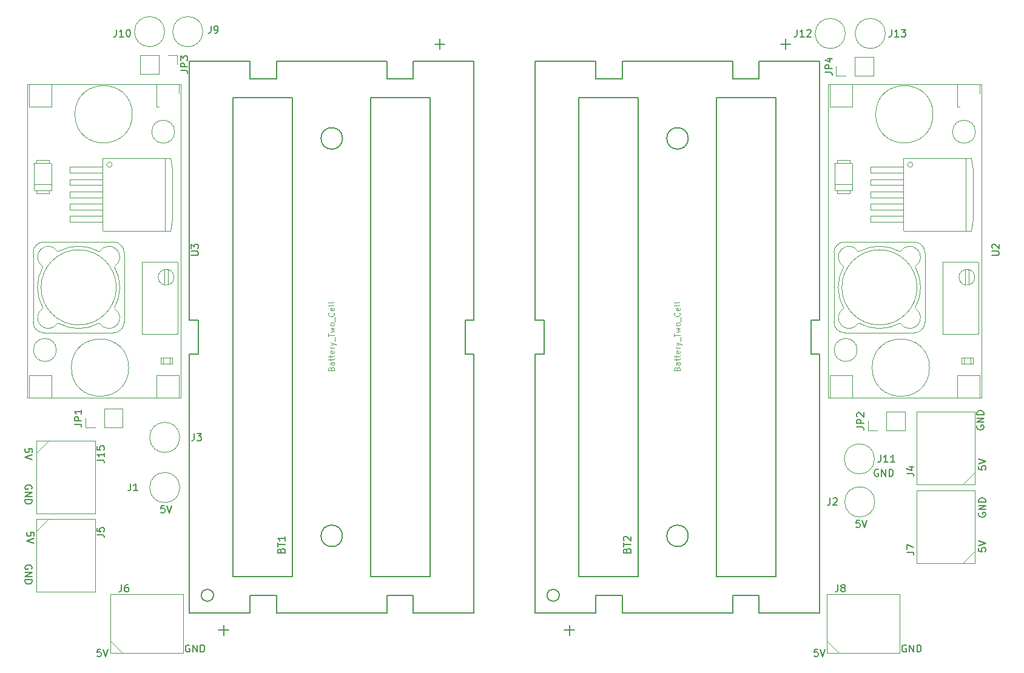
<source format=gbr>
%TF.GenerationSoftware,KiCad,Pcbnew,7.0.8*%
%TF.CreationDate,2023-10-08T21:39:20-07:00*%
%TF.ProjectId,cube2,63756265-322e-46b6-9963-61645f706362,rev?*%
%TF.SameCoordinates,Original*%
%TF.FileFunction,Legend,Top*%
%TF.FilePolarity,Positive*%
%FSLAX46Y46*%
G04 Gerber Fmt 4.6, Leading zero omitted, Abs format (unit mm)*
G04 Created by KiCad (PCBNEW 7.0.8) date 2023-10-08 21:39:20*
%MOMM*%
%LPD*%
G01*
G04 APERTURE LIST*
%ADD10C,0.150000*%
%ADD11C,0.120000*%
%ADD12C,0.100000*%
%ADD13C,0.160000*%
G04 APERTURE END LIST*
D10*
X39436561Y-117192588D02*
X39484180Y-117097350D01*
X39484180Y-117097350D02*
X39484180Y-116954493D01*
X39484180Y-116954493D02*
X39436561Y-116811636D01*
X39436561Y-116811636D02*
X39341323Y-116716398D01*
X39341323Y-116716398D02*
X39246085Y-116668779D01*
X39246085Y-116668779D02*
X39055609Y-116621160D01*
X39055609Y-116621160D02*
X38912752Y-116621160D01*
X38912752Y-116621160D02*
X38722276Y-116668779D01*
X38722276Y-116668779D02*
X38627038Y-116716398D01*
X38627038Y-116716398D02*
X38531800Y-116811636D01*
X38531800Y-116811636D02*
X38484180Y-116954493D01*
X38484180Y-116954493D02*
X38484180Y-117049731D01*
X38484180Y-117049731D02*
X38531800Y-117192588D01*
X38531800Y-117192588D02*
X38579419Y-117240207D01*
X38579419Y-117240207D02*
X38912752Y-117240207D01*
X38912752Y-117240207D02*
X38912752Y-117049731D01*
X38484180Y-117668779D02*
X39484180Y-117668779D01*
X39484180Y-117668779D02*
X38484180Y-118240207D01*
X38484180Y-118240207D02*
X39484180Y-118240207D01*
X38484180Y-118716398D02*
X39484180Y-118716398D01*
X39484180Y-118716398D02*
X39484180Y-118954493D01*
X39484180Y-118954493D02*
X39436561Y-119097350D01*
X39436561Y-119097350D02*
X39341323Y-119192588D01*
X39341323Y-119192588D02*
X39246085Y-119240207D01*
X39246085Y-119240207D02*
X39055609Y-119287826D01*
X39055609Y-119287826D02*
X38912752Y-119287826D01*
X38912752Y-119287826D02*
X38722276Y-119240207D01*
X38722276Y-119240207D02*
X38627038Y-119192588D01*
X38627038Y-119192588D02*
X38531800Y-119097350D01*
X38531800Y-119097350D02*
X38484180Y-118954493D01*
X38484180Y-118954493D02*
X38484180Y-118716398D01*
X39436561Y-128368588D02*
X39484180Y-128273350D01*
X39484180Y-128273350D02*
X39484180Y-128130493D01*
X39484180Y-128130493D02*
X39436561Y-127987636D01*
X39436561Y-127987636D02*
X39341323Y-127892398D01*
X39341323Y-127892398D02*
X39246085Y-127844779D01*
X39246085Y-127844779D02*
X39055609Y-127797160D01*
X39055609Y-127797160D02*
X38912752Y-127797160D01*
X38912752Y-127797160D02*
X38722276Y-127844779D01*
X38722276Y-127844779D02*
X38627038Y-127892398D01*
X38627038Y-127892398D02*
X38531800Y-127987636D01*
X38531800Y-127987636D02*
X38484180Y-128130493D01*
X38484180Y-128130493D02*
X38484180Y-128225731D01*
X38484180Y-128225731D02*
X38531800Y-128368588D01*
X38531800Y-128368588D02*
X38579419Y-128416207D01*
X38579419Y-128416207D02*
X38912752Y-128416207D01*
X38912752Y-128416207D02*
X38912752Y-128225731D01*
X38484180Y-128844779D02*
X39484180Y-128844779D01*
X39484180Y-128844779D02*
X38484180Y-129416207D01*
X38484180Y-129416207D02*
X39484180Y-129416207D01*
X38484180Y-129892398D02*
X39484180Y-129892398D01*
X39484180Y-129892398D02*
X39484180Y-130130493D01*
X39484180Y-130130493D02*
X39436561Y-130273350D01*
X39436561Y-130273350D02*
X39341323Y-130368588D01*
X39341323Y-130368588D02*
X39246085Y-130416207D01*
X39246085Y-130416207D02*
X39055609Y-130463826D01*
X39055609Y-130463826D02*
X38912752Y-130463826D01*
X38912752Y-130463826D02*
X38722276Y-130416207D01*
X38722276Y-130416207D02*
X38627038Y-130368588D01*
X38627038Y-130368588D02*
X38531800Y-130273350D01*
X38531800Y-130273350D02*
X38484180Y-130130493D01*
X38484180Y-130130493D02*
X38484180Y-129892398D01*
X61460588Y-139017438D02*
X61365350Y-138969819D01*
X61365350Y-138969819D02*
X61222493Y-138969819D01*
X61222493Y-138969819D02*
X61079636Y-139017438D01*
X61079636Y-139017438D02*
X60984398Y-139112676D01*
X60984398Y-139112676D02*
X60936779Y-139207914D01*
X60936779Y-139207914D02*
X60889160Y-139398390D01*
X60889160Y-139398390D02*
X60889160Y-139541247D01*
X60889160Y-139541247D02*
X60936779Y-139731723D01*
X60936779Y-139731723D02*
X60984398Y-139826961D01*
X60984398Y-139826961D02*
X61079636Y-139922200D01*
X61079636Y-139922200D02*
X61222493Y-139969819D01*
X61222493Y-139969819D02*
X61317731Y-139969819D01*
X61317731Y-139969819D02*
X61460588Y-139922200D01*
X61460588Y-139922200D02*
X61508207Y-139874580D01*
X61508207Y-139874580D02*
X61508207Y-139541247D01*
X61508207Y-139541247D02*
X61317731Y-139541247D01*
X61936779Y-139969819D02*
X61936779Y-138969819D01*
X61936779Y-138969819D02*
X62508207Y-139969819D01*
X62508207Y-139969819D02*
X62508207Y-138969819D01*
X62984398Y-139969819D02*
X62984398Y-138969819D01*
X62984398Y-138969819D02*
X63222493Y-138969819D01*
X63222493Y-138969819D02*
X63365350Y-139017438D01*
X63365350Y-139017438D02*
X63460588Y-139112676D01*
X63460588Y-139112676D02*
X63508207Y-139207914D01*
X63508207Y-139207914D02*
X63555826Y-139398390D01*
X63555826Y-139398390D02*
X63555826Y-139541247D01*
X63555826Y-139541247D02*
X63508207Y-139731723D01*
X63508207Y-139731723D02*
X63460588Y-139826961D01*
X63460588Y-139826961D02*
X63365350Y-139922200D01*
X63365350Y-139922200D02*
X63222493Y-139969819D01*
X63222493Y-139969819D02*
X62984398Y-139969819D01*
X161460588Y-139017438D02*
X161365350Y-138969819D01*
X161365350Y-138969819D02*
X161222493Y-138969819D01*
X161222493Y-138969819D02*
X161079636Y-139017438D01*
X161079636Y-139017438D02*
X160984398Y-139112676D01*
X160984398Y-139112676D02*
X160936779Y-139207914D01*
X160936779Y-139207914D02*
X160889160Y-139398390D01*
X160889160Y-139398390D02*
X160889160Y-139541247D01*
X160889160Y-139541247D02*
X160936779Y-139731723D01*
X160936779Y-139731723D02*
X160984398Y-139826961D01*
X160984398Y-139826961D02*
X161079636Y-139922200D01*
X161079636Y-139922200D02*
X161222493Y-139969819D01*
X161222493Y-139969819D02*
X161317731Y-139969819D01*
X161317731Y-139969819D02*
X161460588Y-139922200D01*
X161460588Y-139922200D02*
X161508207Y-139874580D01*
X161508207Y-139874580D02*
X161508207Y-139541247D01*
X161508207Y-139541247D02*
X161317731Y-139541247D01*
X161936779Y-139969819D02*
X161936779Y-138969819D01*
X161936779Y-138969819D02*
X162508207Y-139969819D01*
X162508207Y-139969819D02*
X162508207Y-138969819D01*
X162984398Y-139969819D02*
X162984398Y-138969819D01*
X162984398Y-138969819D02*
X163222493Y-138969819D01*
X163222493Y-138969819D02*
X163365350Y-139017438D01*
X163365350Y-139017438D02*
X163460588Y-139112676D01*
X163460588Y-139112676D02*
X163508207Y-139207914D01*
X163508207Y-139207914D02*
X163555826Y-139398390D01*
X163555826Y-139398390D02*
X163555826Y-139541247D01*
X163555826Y-139541247D02*
X163508207Y-139731723D01*
X163508207Y-139731723D02*
X163460588Y-139826961D01*
X163460588Y-139826961D02*
X163365350Y-139922200D01*
X163365350Y-139922200D02*
X163222493Y-139969819D01*
X163222493Y-139969819D02*
X162984398Y-139969819D01*
X171637438Y-120551411D02*
X171589819Y-120646649D01*
X171589819Y-120646649D02*
X171589819Y-120789506D01*
X171589819Y-120789506D02*
X171637438Y-120932363D01*
X171637438Y-120932363D02*
X171732676Y-121027601D01*
X171732676Y-121027601D02*
X171827914Y-121075220D01*
X171827914Y-121075220D02*
X172018390Y-121122839D01*
X172018390Y-121122839D02*
X172161247Y-121122839D01*
X172161247Y-121122839D02*
X172351723Y-121075220D01*
X172351723Y-121075220D02*
X172446961Y-121027601D01*
X172446961Y-121027601D02*
X172542200Y-120932363D01*
X172542200Y-120932363D02*
X172589819Y-120789506D01*
X172589819Y-120789506D02*
X172589819Y-120694268D01*
X172589819Y-120694268D02*
X172542200Y-120551411D01*
X172542200Y-120551411D02*
X172494580Y-120503792D01*
X172494580Y-120503792D02*
X172161247Y-120503792D01*
X172161247Y-120503792D02*
X172161247Y-120694268D01*
X172589819Y-120075220D02*
X171589819Y-120075220D01*
X171589819Y-120075220D02*
X172589819Y-119503792D01*
X172589819Y-119503792D02*
X171589819Y-119503792D01*
X172589819Y-119027601D02*
X171589819Y-119027601D01*
X171589819Y-119027601D02*
X171589819Y-118789506D01*
X171589819Y-118789506D02*
X171637438Y-118646649D01*
X171637438Y-118646649D02*
X171732676Y-118551411D01*
X171732676Y-118551411D02*
X171827914Y-118503792D01*
X171827914Y-118503792D02*
X172018390Y-118456173D01*
X172018390Y-118456173D02*
X172161247Y-118456173D01*
X172161247Y-118456173D02*
X172351723Y-118503792D01*
X172351723Y-118503792D02*
X172446961Y-118551411D01*
X172446961Y-118551411D02*
X172542200Y-118646649D01*
X172542200Y-118646649D02*
X172589819Y-118789506D01*
X172589819Y-118789506D02*
X172589819Y-119027601D01*
X171383438Y-108359411D02*
X171335819Y-108454649D01*
X171335819Y-108454649D02*
X171335819Y-108597506D01*
X171335819Y-108597506D02*
X171383438Y-108740363D01*
X171383438Y-108740363D02*
X171478676Y-108835601D01*
X171478676Y-108835601D02*
X171573914Y-108883220D01*
X171573914Y-108883220D02*
X171764390Y-108930839D01*
X171764390Y-108930839D02*
X171907247Y-108930839D01*
X171907247Y-108930839D02*
X172097723Y-108883220D01*
X172097723Y-108883220D02*
X172192961Y-108835601D01*
X172192961Y-108835601D02*
X172288200Y-108740363D01*
X172288200Y-108740363D02*
X172335819Y-108597506D01*
X172335819Y-108597506D02*
X172335819Y-108502268D01*
X172335819Y-108502268D02*
X172288200Y-108359411D01*
X172288200Y-108359411D02*
X172240580Y-108311792D01*
X172240580Y-108311792D02*
X171907247Y-108311792D01*
X171907247Y-108311792D02*
X171907247Y-108502268D01*
X172335819Y-107883220D02*
X171335819Y-107883220D01*
X171335819Y-107883220D02*
X172335819Y-107311792D01*
X172335819Y-107311792D02*
X171335819Y-107311792D01*
X172335819Y-106835601D02*
X171335819Y-106835601D01*
X171335819Y-106835601D02*
X171335819Y-106597506D01*
X171335819Y-106597506D02*
X171383438Y-106454649D01*
X171383438Y-106454649D02*
X171478676Y-106359411D01*
X171478676Y-106359411D02*
X171573914Y-106311792D01*
X171573914Y-106311792D02*
X171764390Y-106264173D01*
X171764390Y-106264173D02*
X171907247Y-106264173D01*
X171907247Y-106264173D02*
X172097723Y-106311792D01*
X172097723Y-106311792D02*
X172192961Y-106359411D01*
X172192961Y-106359411D02*
X172288200Y-106454649D01*
X172288200Y-106454649D02*
X172335819Y-106597506D01*
X172335819Y-106597506D02*
X172335819Y-106835601D01*
X157578588Y-114487438D02*
X157483350Y-114439819D01*
X157483350Y-114439819D02*
X157340493Y-114439819D01*
X157340493Y-114439819D02*
X157197636Y-114487438D01*
X157197636Y-114487438D02*
X157102398Y-114582676D01*
X157102398Y-114582676D02*
X157054779Y-114677914D01*
X157054779Y-114677914D02*
X157007160Y-114868390D01*
X157007160Y-114868390D02*
X157007160Y-115011247D01*
X157007160Y-115011247D02*
X157054779Y-115201723D01*
X157054779Y-115201723D02*
X157102398Y-115296961D01*
X157102398Y-115296961D02*
X157197636Y-115392200D01*
X157197636Y-115392200D02*
X157340493Y-115439819D01*
X157340493Y-115439819D02*
X157435731Y-115439819D01*
X157435731Y-115439819D02*
X157578588Y-115392200D01*
X157578588Y-115392200D02*
X157626207Y-115344580D01*
X157626207Y-115344580D02*
X157626207Y-115011247D01*
X157626207Y-115011247D02*
X157435731Y-115011247D01*
X158054779Y-115439819D02*
X158054779Y-114439819D01*
X158054779Y-114439819D02*
X158626207Y-115439819D01*
X158626207Y-115439819D02*
X158626207Y-114439819D01*
X159102398Y-115439819D02*
X159102398Y-114439819D01*
X159102398Y-114439819D02*
X159340493Y-114439819D01*
X159340493Y-114439819D02*
X159483350Y-114487438D01*
X159483350Y-114487438D02*
X159578588Y-114582676D01*
X159578588Y-114582676D02*
X159626207Y-114677914D01*
X159626207Y-114677914D02*
X159673826Y-114868390D01*
X159673826Y-114868390D02*
X159673826Y-115011247D01*
X159673826Y-115011247D02*
X159626207Y-115201723D01*
X159626207Y-115201723D02*
X159578588Y-115296961D01*
X159578588Y-115296961D02*
X159483350Y-115392200D01*
X159483350Y-115392200D02*
X159340493Y-115439819D01*
X159340493Y-115439819D02*
X159102398Y-115439819D01*
X154990969Y-121551819D02*
X154514779Y-121551819D01*
X154514779Y-121551819D02*
X154467160Y-122028009D01*
X154467160Y-122028009D02*
X154514779Y-121980390D01*
X154514779Y-121980390D02*
X154610017Y-121932771D01*
X154610017Y-121932771D02*
X154848112Y-121932771D01*
X154848112Y-121932771D02*
X154943350Y-121980390D01*
X154943350Y-121980390D02*
X154990969Y-122028009D01*
X154990969Y-122028009D02*
X155038588Y-122123247D01*
X155038588Y-122123247D02*
X155038588Y-122361342D01*
X155038588Y-122361342D02*
X154990969Y-122456580D01*
X154990969Y-122456580D02*
X154943350Y-122504200D01*
X154943350Y-122504200D02*
X154848112Y-122551819D01*
X154848112Y-122551819D02*
X154610017Y-122551819D01*
X154610017Y-122551819D02*
X154514779Y-122504200D01*
X154514779Y-122504200D02*
X154467160Y-122456580D01*
X155324303Y-121551819D02*
X155657636Y-122551819D01*
X155657636Y-122551819D02*
X155990969Y-121551819D01*
X57962969Y-119519819D02*
X57486779Y-119519819D01*
X57486779Y-119519819D02*
X57439160Y-119996009D01*
X57439160Y-119996009D02*
X57486779Y-119948390D01*
X57486779Y-119948390D02*
X57582017Y-119900771D01*
X57582017Y-119900771D02*
X57820112Y-119900771D01*
X57820112Y-119900771D02*
X57915350Y-119948390D01*
X57915350Y-119948390D02*
X57962969Y-119996009D01*
X57962969Y-119996009D02*
X58010588Y-120091247D01*
X58010588Y-120091247D02*
X58010588Y-120329342D01*
X58010588Y-120329342D02*
X57962969Y-120424580D01*
X57962969Y-120424580D02*
X57915350Y-120472200D01*
X57915350Y-120472200D02*
X57820112Y-120519819D01*
X57820112Y-120519819D02*
X57582017Y-120519819D01*
X57582017Y-120519819D02*
X57486779Y-120472200D01*
X57486779Y-120472200D02*
X57439160Y-120424580D01*
X58296303Y-119519819D02*
X58629636Y-120519819D01*
X58629636Y-120519819D02*
X58962969Y-119519819D01*
X39484180Y-112064969D02*
X39484180Y-111588779D01*
X39484180Y-111588779D02*
X39007990Y-111541160D01*
X39007990Y-111541160D02*
X39055609Y-111588779D01*
X39055609Y-111588779D02*
X39103228Y-111684017D01*
X39103228Y-111684017D02*
X39103228Y-111922112D01*
X39103228Y-111922112D02*
X39055609Y-112017350D01*
X39055609Y-112017350D02*
X39007990Y-112064969D01*
X39007990Y-112064969D02*
X38912752Y-112112588D01*
X38912752Y-112112588D02*
X38674657Y-112112588D01*
X38674657Y-112112588D02*
X38579419Y-112064969D01*
X38579419Y-112064969D02*
X38531800Y-112017350D01*
X38531800Y-112017350D02*
X38484180Y-111922112D01*
X38484180Y-111922112D02*
X38484180Y-111684017D01*
X38484180Y-111684017D02*
X38531800Y-111588779D01*
X38531800Y-111588779D02*
X38579419Y-111541160D01*
X39484180Y-112398303D02*
X38484180Y-112731636D01*
X38484180Y-112731636D02*
X39484180Y-113064969D01*
X39738180Y-123748969D02*
X39738180Y-123272779D01*
X39738180Y-123272779D02*
X39261990Y-123225160D01*
X39261990Y-123225160D02*
X39309609Y-123272779D01*
X39309609Y-123272779D02*
X39357228Y-123368017D01*
X39357228Y-123368017D02*
X39357228Y-123606112D01*
X39357228Y-123606112D02*
X39309609Y-123701350D01*
X39309609Y-123701350D02*
X39261990Y-123748969D01*
X39261990Y-123748969D02*
X39166752Y-123796588D01*
X39166752Y-123796588D02*
X38928657Y-123796588D01*
X38928657Y-123796588D02*
X38833419Y-123748969D01*
X38833419Y-123748969D02*
X38785800Y-123701350D01*
X38785800Y-123701350D02*
X38738180Y-123606112D01*
X38738180Y-123606112D02*
X38738180Y-123368017D01*
X38738180Y-123368017D02*
X38785800Y-123272779D01*
X38785800Y-123272779D02*
X38833419Y-123225160D01*
X39738180Y-124082303D02*
X38738180Y-124415636D01*
X38738180Y-124415636D02*
X39738180Y-124748969D01*
X49072969Y-139585819D02*
X48596779Y-139585819D01*
X48596779Y-139585819D02*
X48549160Y-140062009D01*
X48549160Y-140062009D02*
X48596779Y-140014390D01*
X48596779Y-140014390D02*
X48692017Y-139966771D01*
X48692017Y-139966771D02*
X48930112Y-139966771D01*
X48930112Y-139966771D02*
X49025350Y-140014390D01*
X49025350Y-140014390D02*
X49072969Y-140062009D01*
X49072969Y-140062009D02*
X49120588Y-140157247D01*
X49120588Y-140157247D02*
X49120588Y-140395342D01*
X49120588Y-140395342D02*
X49072969Y-140490580D01*
X49072969Y-140490580D02*
X49025350Y-140538200D01*
X49025350Y-140538200D02*
X48930112Y-140585819D01*
X48930112Y-140585819D02*
X48692017Y-140585819D01*
X48692017Y-140585819D02*
X48596779Y-140538200D01*
X48596779Y-140538200D02*
X48549160Y-140490580D01*
X49406303Y-139585819D02*
X49739636Y-140585819D01*
X49739636Y-140585819D02*
X50072969Y-139585819D01*
X149148969Y-139585819D02*
X148672779Y-139585819D01*
X148672779Y-139585819D02*
X148625160Y-140062009D01*
X148625160Y-140062009D02*
X148672779Y-140014390D01*
X148672779Y-140014390D02*
X148768017Y-139966771D01*
X148768017Y-139966771D02*
X149006112Y-139966771D01*
X149006112Y-139966771D02*
X149101350Y-140014390D01*
X149101350Y-140014390D02*
X149148969Y-140062009D01*
X149148969Y-140062009D02*
X149196588Y-140157247D01*
X149196588Y-140157247D02*
X149196588Y-140395342D01*
X149196588Y-140395342D02*
X149148969Y-140490580D01*
X149148969Y-140490580D02*
X149101350Y-140538200D01*
X149101350Y-140538200D02*
X149006112Y-140585819D01*
X149006112Y-140585819D02*
X148768017Y-140585819D01*
X148768017Y-140585819D02*
X148672779Y-140538200D01*
X148672779Y-140538200D02*
X148625160Y-140490580D01*
X149482303Y-139585819D02*
X149815636Y-140585819D01*
X149815636Y-140585819D02*
X150148969Y-139585819D01*
X171589819Y-125425030D02*
X171589819Y-125901220D01*
X171589819Y-125901220D02*
X172066009Y-125948839D01*
X172066009Y-125948839D02*
X172018390Y-125901220D01*
X172018390Y-125901220D02*
X171970771Y-125805982D01*
X171970771Y-125805982D02*
X171970771Y-125567887D01*
X171970771Y-125567887D02*
X172018390Y-125472649D01*
X172018390Y-125472649D02*
X172066009Y-125425030D01*
X172066009Y-125425030D02*
X172161247Y-125377411D01*
X172161247Y-125377411D02*
X172399342Y-125377411D01*
X172399342Y-125377411D02*
X172494580Y-125425030D01*
X172494580Y-125425030D02*
X172542200Y-125472649D01*
X172542200Y-125472649D02*
X172589819Y-125567887D01*
X172589819Y-125567887D02*
X172589819Y-125805982D01*
X172589819Y-125805982D02*
X172542200Y-125901220D01*
X172542200Y-125901220D02*
X172494580Y-125948839D01*
X171589819Y-125091696D02*
X172589819Y-124758363D01*
X172589819Y-124758363D02*
X171589819Y-124425030D01*
X171589819Y-113995030D02*
X171589819Y-114471220D01*
X171589819Y-114471220D02*
X172066009Y-114518839D01*
X172066009Y-114518839D02*
X172018390Y-114471220D01*
X172018390Y-114471220D02*
X171970771Y-114375982D01*
X171970771Y-114375982D02*
X171970771Y-114137887D01*
X171970771Y-114137887D02*
X172018390Y-114042649D01*
X172018390Y-114042649D02*
X172066009Y-113995030D01*
X172066009Y-113995030D02*
X172161247Y-113947411D01*
X172161247Y-113947411D02*
X172399342Y-113947411D01*
X172399342Y-113947411D02*
X172494580Y-113995030D01*
X172494580Y-113995030D02*
X172542200Y-114042649D01*
X172542200Y-114042649D02*
X172589819Y-114137887D01*
X172589819Y-114137887D02*
X172589819Y-114375982D01*
X172589819Y-114375982D02*
X172542200Y-114471220D01*
X172542200Y-114471220D02*
X172494580Y-114518839D01*
X171589819Y-113661696D02*
X172589819Y-113328363D01*
X172589819Y-113328363D02*
X171589819Y-112995030D01*
X159464476Y-53048819D02*
X159464476Y-53763104D01*
X159464476Y-53763104D02*
X159416857Y-53905961D01*
X159416857Y-53905961D02*
X159321619Y-54001200D01*
X159321619Y-54001200D02*
X159178762Y-54048819D01*
X159178762Y-54048819D02*
X159083524Y-54048819D01*
X160464476Y-54048819D02*
X159893048Y-54048819D01*
X160178762Y-54048819D02*
X160178762Y-53048819D01*
X160178762Y-53048819D02*
X160083524Y-53191676D01*
X160083524Y-53191676D02*
X159988286Y-53286914D01*
X159988286Y-53286914D02*
X159893048Y-53334533D01*
X160797810Y-53048819D02*
X161416857Y-53048819D01*
X161416857Y-53048819D02*
X161083524Y-53429771D01*
X161083524Y-53429771D02*
X161226381Y-53429771D01*
X161226381Y-53429771D02*
X161321619Y-53477390D01*
X161321619Y-53477390D02*
X161369238Y-53525009D01*
X161369238Y-53525009D02*
X161416857Y-53620247D01*
X161416857Y-53620247D02*
X161416857Y-53858342D01*
X161416857Y-53858342D02*
X161369238Y-53953580D01*
X161369238Y-53953580D02*
X161321619Y-54001200D01*
X161321619Y-54001200D02*
X161226381Y-54048819D01*
X161226381Y-54048819D02*
X160940667Y-54048819D01*
X160940667Y-54048819D02*
X160845429Y-54001200D01*
X160845429Y-54001200D02*
X160797810Y-53953580D01*
X146256476Y-53048819D02*
X146256476Y-53763104D01*
X146256476Y-53763104D02*
X146208857Y-53905961D01*
X146208857Y-53905961D02*
X146113619Y-54001200D01*
X146113619Y-54001200D02*
X145970762Y-54048819D01*
X145970762Y-54048819D02*
X145875524Y-54048819D01*
X147256476Y-54048819D02*
X146685048Y-54048819D01*
X146970762Y-54048819D02*
X146970762Y-53048819D01*
X146970762Y-53048819D02*
X146875524Y-53191676D01*
X146875524Y-53191676D02*
X146780286Y-53286914D01*
X146780286Y-53286914D02*
X146685048Y-53334533D01*
X147637429Y-53144057D02*
X147685048Y-53096438D01*
X147685048Y-53096438D02*
X147780286Y-53048819D01*
X147780286Y-53048819D02*
X148018381Y-53048819D01*
X148018381Y-53048819D02*
X148113619Y-53096438D01*
X148113619Y-53096438D02*
X148161238Y-53144057D01*
X148161238Y-53144057D02*
X148208857Y-53239295D01*
X148208857Y-53239295D02*
X148208857Y-53334533D01*
X148208857Y-53334533D02*
X148161238Y-53477390D01*
X148161238Y-53477390D02*
X147589810Y-54048819D01*
X147589810Y-54048819D02*
X148208857Y-54048819D01*
X51260476Y-53048819D02*
X51260476Y-53763104D01*
X51260476Y-53763104D02*
X51212857Y-53905961D01*
X51212857Y-53905961D02*
X51117619Y-54001200D01*
X51117619Y-54001200D02*
X50974762Y-54048819D01*
X50974762Y-54048819D02*
X50879524Y-54048819D01*
X52260476Y-54048819D02*
X51689048Y-54048819D01*
X51974762Y-54048819D02*
X51974762Y-53048819D01*
X51974762Y-53048819D02*
X51879524Y-53191676D01*
X51879524Y-53191676D02*
X51784286Y-53286914D01*
X51784286Y-53286914D02*
X51689048Y-53334533D01*
X52879524Y-53048819D02*
X52974762Y-53048819D01*
X52974762Y-53048819D02*
X53070000Y-53096438D01*
X53070000Y-53096438D02*
X53117619Y-53144057D01*
X53117619Y-53144057D02*
X53165238Y-53239295D01*
X53165238Y-53239295D02*
X53212857Y-53429771D01*
X53212857Y-53429771D02*
X53212857Y-53667866D01*
X53212857Y-53667866D02*
X53165238Y-53858342D01*
X53165238Y-53858342D02*
X53117619Y-53953580D01*
X53117619Y-53953580D02*
X53070000Y-54001200D01*
X53070000Y-54001200D02*
X52974762Y-54048819D01*
X52974762Y-54048819D02*
X52879524Y-54048819D01*
X52879524Y-54048819D02*
X52784286Y-54001200D01*
X52784286Y-54001200D02*
X52736667Y-53953580D01*
X52736667Y-53953580D02*
X52689048Y-53858342D01*
X52689048Y-53858342D02*
X52641429Y-53667866D01*
X52641429Y-53667866D02*
X52641429Y-53429771D01*
X52641429Y-53429771D02*
X52689048Y-53239295D01*
X52689048Y-53239295D02*
X52736667Y-53144057D01*
X52736667Y-53144057D02*
X52784286Y-53096438D01*
X52784286Y-53096438D02*
X52879524Y-53048819D01*
X64436666Y-52540819D02*
X64436666Y-53255104D01*
X64436666Y-53255104D02*
X64389047Y-53397961D01*
X64389047Y-53397961D02*
X64293809Y-53493200D01*
X64293809Y-53493200D02*
X64150952Y-53540819D01*
X64150952Y-53540819D02*
X64055714Y-53540819D01*
X64960476Y-53540819D02*
X65150952Y-53540819D01*
X65150952Y-53540819D02*
X65246190Y-53493200D01*
X65246190Y-53493200D02*
X65293809Y-53445580D01*
X65293809Y-53445580D02*
X65389047Y-53302723D01*
X65389047Y-53302723D02*
X65436666Y-53112247D01*
X65436666Y-53112247D02*
X65436666Y-52731295D01*
X65436666Y-52731295D02*
X65389047Y-52636057D01*
X65389047Y-52636057D02*
X65341428Y-52588438D01*
X65341428Y-52588438D02*
X65246190Y-52540819D01*
X65246190Y-52540819D02*
X65055714Y-52540819D01*
X65055714Y-52540819D02*
X64960476Y-52588438D01*
X64960476Y-52588438D02*
X64912857Y-52636057D01*
X64912857Y-52636057D02*
X64865238Y-52731295D01*
X64865238Y-52731295D02*
X64865238Y-52969390D01*
X64865238Y-52969390D02*
X64912857Y-53064628D01*
X64912857Y-53064628D02*
X64960476Y-53112247D01*
X64960476Y-53112247D02*
X65055714Y-53159866D01*
X65055714Y-53159866D02*
X65246190Y-53159866D01*
X65246190Y-53159866D02*
X65341428Y-53112247D01*
X65341428Y-53112247D02*
X65389047Y-53064628D01*
X65389047Y-53064628D02*
X65436666Y-52969390D01*
X151966666Y-130554819D02*
X151966666Y-131269104D01*
X151966666Y-131269104D02*
X151919047Y-131411961D01*
X151919047Y-131411961D02*
X151823809Y-131507200D01*
X151823809Y-131507200D02*
X151680952Y-131554819D01*
X151680952Y-131554819D02*
X151585714Y-131554819D01*
X152585714Y-130983390D02*
X152490476Y-130935771D01*
X152490476Y-130935771D02*
X152442857Y-130888152D01*
X152442857Y-130888152D02*
X152395238Y-130792914D01*
X152395238Y-130792914D02*
X152395238Y-130745295D01*
X152395238Y-130745295D02*
X152442857Y-130650057D01*
X152442857Y-130650057D02*
X152490476Y-130602438D01*
X152490476Y-130602438D02*
X152585714Y-130554819D01*
X152585714Y-130554819D02*
X152776190Y-130554819D01*
X152776190Y-130554819D02*
X152871428Y-130602438D01*
X152871428Y-130602438D02*
X152919047Y-130650057D01*
X152919047Y-130650057D02*
X152966666Y-130745295D01*
X152966666Y-130745295D02*
X152966666Y-130792914D01*
X152966666Y-130792914D02*
X152919047Y-130888152D01*
X152919047Y-130888152D02*
X152871428Y-130935771D01*
X152871428Y-130935771D02*
X152776190Y-130983390D01*
X152776190Y-130983390D02*
X152585714Y-130983390D01*
X152585714Y-130983390D02*
X152490476Y-131031009D01*
X152490476Y-131031009D02*
X152442857Y-131078628D01*
X152442857Y-131078628D02*
X152395238Y-131173866D01*
X152395238Y-131173866D02*
X152395238Y-131364342D01*
X152395238Y-131364342D02*
X152442857Y-131459580D01*
X152442857Y-131459580D02*
X152490476Y-131507200D01*
X152490476Y-131507200D02*
X152585714Y-131554819D01*
X152585714Y-131554819D02*
X152776190Y-131554819D01*
X152776190Y-131554819D02*
X152871428Y-131507200D01*
X152871428Y-131507200D02*
X152919047Y-131459580D01*
X152919047Y-131459580D02*
X152966666Y-131364342D01*
X152966666Y-131364342D02*
X152966666Y-131173866D01*
X152966666Y-131173866D02*
X152919047Y-131078628D01*
X152919047Y-131078628D02*
X152871428Y-131031009D01*
X152871428Y-131031009D02*
X152776190Y-130983390D01*
X161554819Y-126033333D02*
X162269104Y-126033333D01*
X162269104Y-126033333D02*
X162411961Y-126080952D01*
X162411961Y-126080952D02*
X162507200Y-126176190D01*
X162507200Y-126176190D02*
X162554819Y-126319047D01*
X162554819Y-126319047D02*
X162554819Y-126414285D01*
X161554819Y-125652380D02*
X161554819Y-124985714D01*
X161554819Y-124985714D02*
X162554819Y-125414285D01*
X51966666Y-130554819D02*
X51966666Y-131269104D01*
X51966666Y-131269104D02*
X51919047Y-131411961D01*
X51919047Y-131411961D02*
X51823809Y-131507200D01*
X51823809Y-131507200D02*
X51680952Y-131554819D01*
X51680952Y-131554819D02*
X51585714Y-131554819D01*
X52871428Y-130554819D02*
X52680952Y-130554819D01*
X52680952Y-130554819D02*
X52585714Y-130602438D01*
X52585714Y-130602438D02*
X52538095Y-130650057D01*
X52538095Y-130650057D02*
X52442857Y-130792914D01*
X52442857Y-130792914D02*
X52395238Y-130983390D01*
X52395238Y-130983390D02*
X52395238Y-131364342D01*
X52395238Y-131364342D02*
X52442857Y-131459580D01*
X52442857Y-131459580D02*
X52490476Y-131507200D01*
X52490476Y-131507200D02*
X52585714Y-131554819D01*
X52585714Y-131554819D02*
X52776190Y-131554819D01*
X52776190Y-131554819D02*
X52871428Y-131507200D01*
X52871428Y-131507200D02*
X52919047Y-131459580D01*
X52919047Y-131459580D02*
X52966666Y-131364342D01*
X52966666Y-131364342D02*
X52966666Y-131126247D01*
X52966666Y-131126247D02*
X52919047Y-131031009D01*
X52919047Y-131031009D02*
X52871428Y-130983390D01*
X52871428Y-130983390D02*
X52776190Y-130935771D01*
X52776190Y-130935771D02*
X52585714Y-130935771D01*
X52585714Y-130935771D02*
X52490476Y-130983390D01*
X52490476Y-130983390D02*
X52442857Y-131031009D01*
X52442857Y-131031009D02*
X52395238Y-131126247D01*
X48550819Y-123585333D02*
X49265104Y-123585333D01*
X49265104Y-123585333D02*
X49407961Y-123632952D01*
X49407961Y-123632952D02*
X49503200Y-123728190D01*
X49503200Y-123728190D02*
X49550819Y-123871047D01*
X49550819Y-123871047D02*
X49550819Y-123966285D01*
X48550819Y-122632952D02*
X48550819Y-123109142D01*
X48550819Y-123109142D02*
X49027009Y-123156761D01*
X49027009Y-123156761D02*
X48979390Y-123109142D01*
X48979390Y-123109142D02*
X48931771Y-123013904D01*
X48931771Y-123013904D02*
X48931771Y-122775809D01*
X48931771Y-122775809D02*
X48979390Y-122680571D01*
X48979390Y-122680571D02*
X49027009Y-122632952D01*
X49027009Y-122632952D02*
X49122247Y-122585333D01*
X49122247Y-122585333D02*
X49360342Y-122585333D01*
X49360342Y-122585333D02*
X49455580Y-122632952D01*
X49455580Y-122632952D02*
X49503200Y-122680571D01*
X49503200Y-122680571D02*
X49550819Y-122775809D01*
X49550819Y-122775809D02*
X49550819Y-123013904D01*
X49550819Y-123013904D02*
X49503200Y-123109142D01*
X49503200Y-123109142D02*
X49455580Y-123156761D01*
X161554819Y-115033333D02*
X162269104Y-115033333D01*
X162269104Y-115033333D02*
X162411961Y-115080952D01*
X162411961Y-115080952D02*
X162507200Y-115176190D01*
X162507200Y-115176190D02*
X162554819Y-115319047D01*
X162554819Y-115319047D02*
X162554819Y-115414285D01*
X161888152Y-114128571D02*
X162554819Y-114128571D01*
X161507200Y-114366666D02*
X162221485Y-114604761D01*
X162221485Y-114604761D02*
X162221485Y-113985714D01*
X48550819Y-113139523D02*
X49265104Y-113139523D01*
X49265104Y-113139523D02*
X49407961Y-113187142D01*
X49407961Y-113187142D02*
X49503200Y-113282380D01*
X49503200Y-113282380D02*
X49550819Y-113425237D01*
X49550819Y-113425237D02*
X49550819Y-113520475D01*
X49550819Y-112139523D02*
X49550819Y-112710951D01*
X49550819Y-112425237D02*
X48550819Y-112425237D01*
X48550819Y-112425237D02*
X48693676Y-112520475D01*
X48693676Y-112520475D02*
X48788914Y-112615713D01*
X48788914Y-112615713D02*
X48836533Y-112710951D01*
X48550819Y-111234761D02*
X48550819Y-111710951D01*
X48550819Y-111710951D02*
X49027009Y-111758570D01*
X49027009Y-111758570D02*
X48979390Y-111710951D01*
X48979390Y-111710951D02*
X48931771Y-111615713D01*
X48931771Y-111615713D02*
X48931771Y-111377618D01*
X48931771Y-111377618D02*
X48979390Y-111282380D01*
X48979390Y-111282380D02*
X49027009Y-111234761D01*
X49027009Y-111234761D02*
X49122247Y-111187142D01*
X49122247Y-111187142D02*
X49360342Y-111187142D01*
X49360342Y-111187142D02*
X49455580Y-111234761D01*
X49455580Y-111234761D02*
X49503200Y-111282380D01*
X49503200Y-111282380D02*
X49550819Y-111377618D01*
X49550819Y-111377618D02*
X49550819Y-111615713D01*
X49550819Y-111615713D02*
X49503200Y-111710951D01*
X49503200Y-111710951D02*
X49455580Y-111758570D01*
X62111666Y-109454819D02*
X62111666Y-110169104D01*
X62111666Y-110169104D02*
X62064047Y-110311961D01*
X62064047Y-110311961D02*
X61968809Y-110407200D01*
X61968809Y-110407200D02*
X61825952Y-110454819D01*
X61825952Y-110454819D02*
X61730714Y-110454819D01*
X62492619Y-109454819D02*
X63111666Y-109454819D01*
X63111666Y-109454819D02*
X62778333Y-109835771D01*
X62778333Y-109835771D02*
X62921190Y-109835771D01*
X62921190Y-109835771D02*
X63016428Y-109883390D01*
X63016428Y-109883390D02*
X63064047Y-109931009D01*
X63064047Y-109931009D02*
X63111666Y-110026247D01*
X63111666Y-110026247D02*
X63111666Y-110264342D01*
X63111666Y-110264342D02*
X63064047Y-110359580D01*
X63064047Y-110359580D02*
X63016428Y-110407200D01*
X63016428Y-110407200D02*
X62921190Y-110454819D01*
X62921190Y-110454819D02*
X62635476Y-110454819D01*
X62635476Y-110454819D02*
X62540238Y-110407200D01*
X62540238Y-110407200D02*
X62492619Y-110359580D01*
X150159819Y-58999333D02*
X150874104Y-58999333D01*
X150874104Y-58999333D02*
X151016961Y-59046952D01*
X151016961Y-59046952D02*
X151112200Y-59142190D01*
X151112200Y-59142190D02*
X151159819Y-59285047D01*
X151159819Y-59285047D02*
X151159819Y-59380285D01*
X151159819Y-58523142D02*
X150159819Y-58523142D01*
X150159819Y-58523142D02*
X150159819Y-58142190D01*
X150159819Y-58142190D02*
X150207438Y-58046952D01*
X150207438Y-58046952D02*
X150255057Y-57999333D01*
X150255057Y-57999333D02*
X150350295Y-57951714D01*
X150350295Y-57951714D02*
X150493152Y-57951714D01*
X150493152Y-57951714D02*
X150588390Y-57999333D01*
X150588390Y-57999333D02*
X150636009Y-58046952D01*
X150636009Y-58046952D02*
X150683628Y-58142190D01*
X150683628Y-58142190D02*
X150683628Y-58523142D01*
X150493152Y-57094571D02*
X151159819Y-57094571D01*
X150112200Y-57332666D02*
X150826485Y-57570761D01*
X150826485Y-57570761D02*
X150826485Y-56951714D01*
X61684819Y-84581904D02*
X62494342Y-84581904D01*
X62494342Y-84581904D02*
X62589580Y-84534285D01*
X62589580Y-84534285D02*
X62637200Y-84486666D01*
X62637200Y-84486666D02*
X62684819Y-84391428D01*
X62684819Y-84391428D02*
X62684819Y-84200952D01*
X62684819Y-84200952D02*
X62637200Y-84105714D01*
X62637200Y-84105714D02*
X62589580Y-84058095D01*
X62589580Y-84058095D02*
X62494342Y-84010476D01*
X62494342Y-84010476D02*
X61684819Y-84010476D01*
X61684819Y-83629523D02*
X61684819Y-83010476D01*
X61684819Y-83010476D02*
X62065771Y-83343809D01*
X62065771Y-83343809D02*
X62065771Y-83200952D01*
X62065771Y-83200952D02*
X62113390Y-83105714D01*
X62113390Y-83105714D02*
X62161009Y-83058095D01*
X62161009Y-83058095D02*
X62256247Y-83010476D01*
X62256247Y-83010476D02*
X62494342Y-83010476D01*
X62494342Y-83010476D02*
X62589580Y-83058095D01*
X62589580Y-83058095D02*
X62637200Y-83105714D01*
X62637200Y-83105714D02*
X62684819Y-83200952D01*
X62684819Y-83200952D02*
X62684819Y-83486666D01*
X62684819Y-83486666D02*
X62637200Y-83581904D01*
X62637200Y-83581904D02*
X62589580Y-83629523D01*
X53221666Y-116454819D02*
X53221666Y-117169104D01*
X53221666Y-117169104D02*
X53174047Y-117311961D01*
X53174047Y-117311961D02*
X53078809Y-117407200D01*
X53078809Y-117407200D02*
X52935952Y-117454819D01*
X52935952Y-117454819D02*
X52840714Y-117454819D01*
X54221666Y-117454819D02*
X53650238Y-117454819D01*
X53935952Y-117454819D02*
X53935952Y-116454819D01*
X53935952Y-116454819D02*
X53840714Y-116597676D01*
X53840714Y-116597676D02*
X53745476Y-116692914D01*
X53745476Y-116692914D02*
X53650238Y-116740533D01*
X122496009Y-125780714D02*
X122543628Y-125637857D01*
X122543628Y-125637857D02*
X122591247Y-125590238D01*
X122591247Y-125590238D02*
X122686485Y-125542619D01*
X122686485Y-125542619D02*
X122829342Y-125542619D01*
X122829342Y-125542619D02*
X122924580Y-125590238D01*
X122924580Y-125590238D02*
X122972200Y-125637857D01*
X122972200Y-125637857D02*
X123019819Y-125733095D01*
X123019819Y-125733095D02*
X123019819Y-126114047D01*
X123019819Y-126114047D02*
X122019819Y-126114047D01*
X122019819Y-126114047D02*
X122019819Y-125780714D01*
X122019819Y-125780714D02*
X122067438Y-125685476D01*
X122067438Y-125685476D02*
X122115057Y-125637857D01*
X122115057Y-125637857D02*
X122210295Y-125590238D01*
X122210295Y-125590238D02*
X122305533Y-125590238D01*
X122305533Y-125590238D02*
X122400771Y-125637857D01*
X122400771Y-125637857D02*
X122448390Y-125685476D01*
X122448390Y-125685476D02*
X122496009Y-125780714D01*
X122496009Y-125780714D02*
X122496009Y-126114047D01*
X122019819Y-125256904D02*
X122019819Y-124685476D01*
X123019819Y-124971190D02*
X122019819Y-124971190D01*
X122115057Y-124399761D02*
X122067438Y-124352142D01*
X122067438Y-124352142D02*
X122019819Y-124256904D01*
X122019819Y-124256904D02*
X122019819Y-124018809D01*
X122019819Y-124018809D02*
X122067438Y-123923571D01*
X122067438Y-123923571D02*
X122115057Y-123875952D01*
X122115057Y-123875952D02*
X122210295Y-123828333D01*
X122210295Y-123828333D02*
X122305533Y-123828333D01*
X122305533Y-123828333D02*
X122448390Y-123875952D01*
X122448390Y-123875952D02*
X123019819Y-124447380D01*
X123019819Y-124447380D02*
X123019819Y-123828333D01*
D11*
X129484807Y-100399286D02*
X129522902Y-100285000D01*
X129522902Y-100285000D02*
X129560998Y-100246905D01*
X129560998Y-100246905D02*
X129637188Y-100208809D01*
X129637188Y-100208809D02*
X129751474Y-100208809D01*
X129751474Y-100208809D02*
X129827664Y-100246905D01*
X129827664Y-100246905D02*
X129865760Y-100285000D01*
X129865760Y-100285000D02*
X129903855Y-100361190D01*
X129903855Y-100361190D02*
X129903855Y-100665952D01*
X129903855Y-100665952D02*
X129103855Y-100665952D01*
X129103855Y-100665952D02*
X129103855Y-100399286D01*
X129103855Y-100399286D02*
X129141950Y-100323095D01*
X129141950Y-100323095D02*
X129180045Y-100285000D01*
X129180045Y-100285000D02*
X129256236Y-100246905D01*
X129256236Y-100246905D02*
X129332426Y-100246905D01*
X129332426Y-100246905D02*
X129408617Y-100285000D01*
X129408617Y-100285000D02*
X129446712Y-100323095D01*
X129446712Y-100323095D02*
X129484807Y-100399286D01*
X129484807Y-100399286D02*
X129484807Y-100665952D01*
X129903855Y-99523095D02*
X129484807Y-99523095D01*
X129484807Y-99523095D02*
X129408617Y-99561190D01*
X129408617Y-99561190D02*
X129370521Y-99637381D01*
X129370521Y-99637381D02*
X129370521Y-99789762D01*
X129370521Y-99789762D02*
X129408617Y-99865952D01*
X129865760Y-99523095D02*
X129903855Y-99599286D01*
X129903855Y-99599286D02*
X129903855Y-99789762D01*
X129903855Y-99789762D02*
X129865760Y-99865952D01*
X129865760Y-99865952D02*
X129789569Y-99904048D01*
X129789569Y-99904048D02*
X129713379Y-99904048D01*
X129713379Y-99904048D02*
X129637188Y-99865952D01*
X129637188Y-99865952D02*
X129599093Y-99789762D01*
X129599093Y-99789762D02*
X129599093Y-99599286D01*
X129599093Y-99599286D02*
X129560998Y-99523095D01*
X129370521Y-99256428D02*
X129370521Y-98951666D01*
X129103855Y-99142142D02*
X129789569Y-99142142D01*
X129789569Y-99142142D02*
X129865760Y-99104047D01*
X129865760Y-99104047D02*
X129903855Y-99027857D01*
X129903855Y-99027857D02*
X129903855Y-98951666D01*
X129370521Y-98799285D02*
X129370521Y-98494523D01*
X129103855Y-98684999D02*
X129789569Y-98684999D01*
X129789569Y-98684999D02*
X129865760Y-98646904D01*
X129865760Y-98646904D02*
X129903855Y-98570714D01*
X129903855Y-98570714D02*
X129903855Y-98494523D01*
X129865760Y-97923094D02*
X129903855Y-97999285D01*
X129903855Y-97999285D02*
X129903855Y-98151666D01*
X129903855Y-98151666D02*
X129865760Y-98227856D01*
X129865760Y-98227856D02*
X129789569Y-98265952D01*
X129789569Y-98265952D02*
X129484807Y-98265952D01*
X129484807Y-98265952D02*
X129408617Y-98227856D01*
X129408617Y-98227856D02*
X129370521Y-98151666D01*
X129370521Y-98151666D02*
X129370521Y-97999285D01*
X129370521Y-97999285D02*
X129408617Y-97923094D01*
X129408617Y-97923094D02*
X129484807Y-97884999D01*
X129484807Y-97884999D02*
X129560998Y-97884999D01*
X129560998Y-97884999D02*
X129637188Y-98265952D01*
X129903855Y-97542142D02*
X129370521Y-97542142D01*
X129522902Y-97542142D02*
X129446712Y-97504047D01*
X129446712Y-97504047D02*
X129408617Y-97465952D01*
X129408617Y-97465952D02*
X129370521Y-97389761D01*
X129370521Y-97389761D02*
X129370521Y-97313571D01*
X129370521Y-97123095D02*
X129903855Y-96932619D01*
X129370521Y-96742142D02*
X129903855Y-96932619D01*
X129903855Y-96932619D02*
X130094331Y-97008809D01*
X130094331Y-97008809D02*
X130132426Y-97046904D01*
X130132426Y-97046904D02*
X130170521Y-97123095D01*
X129980045Y-96627857D02*
X129980045Y-96018333D01*
X129103855Y-95942142D02*
X129103855Y-95484999D01*
X129903855Y-95713571D02*
X129103855Y-95713571D01*
X129370521Y-95294523D02*
X129903855Y-95142142D01*
X129903855Y-95142142D02*
X129522902Y-94989761D01*
X129522902Y-94989761D02*
X129903855Y-94837380D01*
X129903855Y-94837380D02*
X129370521Y-94684999D01*
X129903855Y-94265952D02*
X129865760Y-94342142D01*
X129865760Y-94342142D02*
X129827664Y-94380237D01*
X129827664Y-94380237D02*
X129751474Y-94418333D01*
X129751474Y-94418333D02*
X129522902Y-94418333D01*
X129522902Y-94418333D02*
X129446712Y-94380237D01*
X129446712Y-94380237D02*
X129408617Y-94342142D01*
X129408617Y-94342142D02*
X129370521Y-94265952D01*
X129370521Y-94265952D02*
X129370521Y-94151666D01*
X129370521Y-94151666D02*
X129408617Y-94075475D01*
X129408617Y-94075475D02*
X129446712Y-94037380D01*
X129446712Y-94037380D02*
X129522902Y-93999285D01*
X129522902Y-93999285D02*
X129751474Y-93999285D01*
X129751474Y-93999285D02*
X129827664Y-94037380D01*
X129827664Y-94037380D02*
X129865760Y-94075475D01*
X129865760Y-94075475D02*
X129903855Y-94151666D01*
X129903855Y-94151666D02*
X129903855Y-94265952D01*
X129980045Y-93846904D02*
X129980045Y-93237380D01*
X129827664Y-92589760D02*
X129865760Y-92627856D01*
X129865760Y-92627856D02*
X129903855Y-92742141D01*
X129903855Y-92742141D02*
X129903855Y-92818332D01*
X129903855Y-92818332D02*
X129865760Y-92932618D01*
X129865760Y-92932618D02*
X129789569Y-93008808D01*
X129789569Y-93008808D02*
X129713379Y-93046903D01*
X129713379Y-93046903D02*
X129560998Y-93084999D01*
X129560998Y-93084999D02*
X129446712Y-93084999D01*
X129446712Y-93084999D02*
X129294331Y-93046903D01*
X129294331Y-93046903D02*
X129218140Y-93008808D01*
X129218140Y-93008808D02*
X129141950Y-92932618D01*
X129141950Y-92932618D02*
X129103855Y-92818332D01*
X129103855Y-92818332D02*
X129103855Y-92742141D01*
X129103855Y-92742141D02*
X129141950Y-92627856D01*
X129141950Y-92627856D02*
X129180045Y-92589760D01*
X129865760Y-91942141D02*
X129903855Y-92018332D01*
X129903855Y-92018332D02*
X129903855Y-92170713D01*
X129903855Y-92170713D02*
X129865760Y-92246903D01*
X129865760Y-92246903D02*
X129789569Y-92284999D01*
X129789569Y-92284999D02*
X129484807Y-92284999D01*
X129484807Y-92284999D02*
X129408617Y-92246903D01*
X129408617Y-92246903D02*
X129370521Y-92170713D01*
X129370521Y-92170713D02*
X129370521Y-92018332D01*
X129370521Y-92018332D02*
X129408617Y-91942141D01*
X129408617Y-91942141D02*
X129484807Y-91904046D01*
X129484807Y-91904046D02*
X129560998Y-91904046D01*
X129560998Y-91904046D02*
X129637188Y-92284999D01*
X129903855Y-91446904D02*
X129865760Y-91523094D01*
X129865760Y-91523094D02*
X129789569Y-91561189D01*
X129789569Y-91561189D02*
X129103855Y-91561189D01*
X129903855Y-91027856D02*
X129865760Y-91104046D01*
X129865760Y-91104046D02*
X129789569Y-91142141D01*
X129789569Y-91142141D02*
X129103855Y-91142141D01*
D10*
X74236009Y-125780714D02*
X74283628Y-125637857D01*
X74283628Y-125637857D02*
X74331247Y-125590238D01*
X74331247Y-125590238D02*
X74426485Y-125542619D01*
X74426485Y-125542619D02*
X74569342Y-125542619D01*
X74569342Y-125542619D02*
X74664580Y-125590238D01*
X74664580Y-125590238D02*
X74712200Y-125637857D01*
X74712200Y-125637857D02*
X74759819Y-125733095D01*
X74759819Y-125733095D02*
X74759819Y-126114047D01*
X74759819Y-126114047D02*
X73759819Y-126114047D01*
X73759819Y-126114047D02*
X73759819Y-125780714D01*
X73759819Y-125780714D02*
X73807438Y-125685476D01*
X73807438Y-125685476D02*
X73855057Y-125637857D01*
X73855057Y-125637857D02*
X73950295Y-125590238D01*
X73950295Y-125590238D02*
X74045533Y-125590238D01*
X74045533Y-125590238D02*
X74140771Y-125637857D01*
X74140771Y-125637857D02*
X74188390Y-125685476D01*
X74188390Y-125685476D02*
X74236009Y-125780714D01*
X74236009Y-125780714D02*
X74236009Y-126114047D01*
X73759819Y-125256904D02*
X73759819Y-124685476D01*
X74759819Y-124971190D02*
X73759819Y-124971190D01*
X74759819Y-123828333D02*
X74759819Y-124399761D01*
X74759819Y-124114047D02*
X73759819Y-124114047D01*
X73759819Y-124114047D02*
X73902676Y-124209285D01*
X73902676Y-124209285D02*
X73997914Y-124304523D01*
X73997914Y-124304523D02*
X74045533Y-124399761D01*
D11*
X81224807Y-100399286D02*
X81262902Y-100285000D01*
X81262902Y-100285000D02*
X81300998Y-100246905D01*
X81300998Y-100246905D02*
X81377188Y-100208809D01*
X81377188Y-100208809D02*
X81491474Y-100208809D01*
X81491474Y-100208809D02*
X81567664Y-100246905D01*
X81567664Y-100246905D02*
X81605760Y-100285000D01*
X81605760Y-100285000D02*
X81643855Y-100361190D01*
X81643855Y-100361190D02*
X81643855Y-100665952D01*
X81643855Y-100665952D02*
X80843855Y-100665952D01*
X80843855Y-100665952D02*
X80843855Y-100399286D01*
X80843855Y-100399286D02*
X80881950Y-100323095D01*
X80881950Y-100323095D02*
X80920045Y-100285000D01*
X80920045Y-100285000D02*
X80996236Y-100246905D01*
X80996236Y-100246905D02*
X81072426Y-100246905D01*
X81072426Y-100246905D02*
X81148617Y-100285000D01*
X81148617Y-100285000D02*
X81186712Y-100323095D01*
X81186712Y-100323095D02*
X81224807Y-100399286D01*
X81224807Y-100399286D02*
X81224807Y-100665952D01*
X81643855Y-99523095D02*
X81224807Y-99523095D01*
X81224807Y-99523095D02*
X81148617Y-99561190D01*
X81148617Y-99561190D02*
X81110521Y-99637381D01*
X81110521Y-99637381D02*
X81110521Y-99789762D01*
X81110521Y-99789762D02*
X81148617Y-99865952D01*
X81605760Y-99523095D02*
X81643855Y-99599286D01*
X81643855Y-99599286D02*
X81643855Y-99789762D01*
X81643855Y-99789762D02*
X81605760Y-99865952D01*
X81605760Y-99865952D02*
X81529569Y-99904048D01*
X81529569Y-99904048D02*
X81453379Y-99904048D01*
X81453379Y-99904048D02*
X81377188Y-99865952D01*
X81377188Y-99865952D02*
X81339093Y-99789762D01*
X81339093Y-99789762D02*
X81339093Y-99599286D01*
X81339093Y-99599286D02*
X81300998Y-99523095D01*
X81110521Y-99256428D02*
X81110521Y-98951666D01*
X80843855Y-99142142D02*
X81529569Y-99142142D01*
X81529569Y-99142142D02*
X81605760Y-99104047D01*
X81605760Y-99104047D02*
X81643855Y-99027857D01*
X81643855Y-99027857D02*
X81643855Y-98951666D01*
X81110521Y-98799285D02*
X81110521Y-98494523D01*
X80843855Y-98684999D02*
X81529569Y-98684999D01*
X81529569Y-98684999D02*
X81605760Y-98646904D01*
X81605760Y-98646904D02*
X81643855Y-98570714D01*
X81643855Y-98570714D02*
X81643855Y-98494523D01*
X81605760Y-97923094D02*
X81643855Y-97999285D01*
X81643855Y-97999285D02*
X81643855Y-98151666D01*
X81643855Y-98151666D02*
X81605760Y-98227856D01*
X81605760Y-98227856D02*
X81529569Y-98265952D01*
X81529569Y-98265952D02*
X81224807Y-98265952D01*
X81224807Y-98265952D02*
X81148617Y-98227856D01*
X81148617Y-98227856D02*
X81110521Y-98151666D01*
X81110521Y-98151666D02*
X81110521Y-97999285D01*
X81110521Y-97999285D02*
X81148617Y-97923094D01*
X81148617Y-97923094D02*
X81224807Y-97884999D01*
X81224807Y-97884999D02*
X81300998Y-97884999D01*
X81300998Y-97884999D02*
X81377188Y-98265952D01*
X81643855Y-97542142D02*
X81110521Y-97542142D01*
X81262902Y-97542142D02*
X81186712Y-97504047D01*
X81186712Y-97504047D02*
X81148617Y-97465952D01*
X81148617Y-97465952D02*
X81110521Y-97389761D01*
X81110521Y-97389761D02*
X81110521Y-97313571D01*
X81110521Y-97123095D02*
X81643855Y-96932619D01*
X81110521Y-96742142D02*
X81643855Y-96932619D01*
X81643855Y-96932619D02*
X81834331Y-97008809D01*
X81834331Y-97008809D02*
X81872426Y-97046904D01*
X81872426Y-97046904D02*
X81910521Y-97123095D01*
X81720045Y-96627857D02*
X81720045Y-96018333D01*
X80843855Y-95942142D02*
X80843855Y-95484999D01*
X81643855Y-95713571D02*
X80843855Y-95713571D01*
X81110521Y-95294523D02*
X81643855Y-95142142D01*
X81643855Y-95142142D02*
X81262902Y-94989761D01*
X81262902Y-94989761D02*
X81643855Y-94837380D01*
X81643855Y-94837380D02*
X81110521Y-94684999D01*
X81643855Y-94265952D02*
X81605760Y-94342142D01*
X81605760Y-94342142D02*
X81567664Y-94380237D01*
X81567664Y-94380237D02*
X81491474Y-94418333D01*
X81491474Y-94418333D02*
X81262902Y-94418333D01*
X81262902Y-94418333D02*
X81186712Y-94380237D01*
X81186712Y-94380237D02*
X81148617Y-94342142D01*
X81148617Y-94342142D02*
X81110521Y-94265952D01*
X81110521Y-94265952D02*
X81110521Y-94151666D01*
X81110521Y-94151666D02*
X81148617Y-94075475D01*
X81148617Y-94075475D02*
X81186712Y-94037380D01*
X81186712Y-94037380D02*
X81262902Y-93999285D01*
X81262902Y-93999285D02*
X81491474Y-93999285D01*
X81491474Y-93999285D02*
X81567664Y-94037380D01*
X81567664Y-94037380D02*
X81605760Y-94075475D01*
X81605760Y-94075475D02*
X81643855Y-94151666D01*
X81643855Y-94151666D02*
X81643855Y-94265952D01*
X81720045Y-93846904D02*
X81720045Y-93237380D01*
X81567664Y-92589760D02*
X81605760Y-92627856D01*
X81605760Y-92627856D02*
X81643855Y-92742141D01*
X81643855Y-92742141D02*
X81643855Y-92818332D01*
X81643855Y-92818332D02*
X81605760Y-92932618D01*
X81605760Y-92932618D02*
X81529569Y-93008808D01*
X81529569Y-93008808D02*
X81453379Y-93046903D01*
X81453379Y-93046903D02*
X81300998Y-93084999D01*
X81300998Y-93084999D02*
X81186712Y-93084999D01*
X81186712Y-93084999D02*
X81034331Y-93046903D01*
X81034331Y-93046903D02*
X80958140Y-93008808D01*
X80958140Y-93008808D02*
X80881950Y-92932618D01*
X80881950Y-92932618D02*
X80843855Y-92818332D01*
X80843855Y-92818332D02*
X80843855Y-92742141D01*
X80843855Y-92742141D02*
X80881950Y-92627856D01*
X80881950Y-92627856D02*
X80920045Y-92589760D01*
X81605760Y-91942141D02*
X81643855Y-92018332D01*
X81643855Y-92018332D02*
X81643855Y-92170713D01*
X81643855Y-92170713D02*
X81605760Y-92246903D01*
X81605760Y-92246903D02*
X81529569Y-92284999D01*
X81529569Y-92284999D02*
X81224807Y-92284999D01*
X81224807Y-92284999D02*
X81148617Y-92246903D01*
X81148617Y-92246903D02*
X81110521Y-92170713D01*
X81110521Y-92170713D02*
X81110521Y-92018332D01*
X81110521Y-92018332D02*
X81148617Y-91942141D01*
X81148617Y-91942141D02*
X81224807Y-91904046D01*
X81224807Y-91904046D02*
X81300998Y-91904046D01*
X81300998Y-91904046D02*
X81377188Y-92284999D01*
X81643855Y-91446904D02*
X81605760Y-91523094D01*
X81605760Y-91523094D02*
X81529569Y-91561189D01*
X81529569Y-91561189D02*
X80843855Y-91561189D01*
X81643855Y-91027856D02*
X81605760Y-91104046D01*
X81605760Y-91104046D02*
X81529569Y-91142141D01*
X81529569Y-91142141D02*
X80843855Y-91142141D01*
D10*
X173444819Y-84581904D02*
X174254342Y-84581904D01*
X174254342Y-84581904D02*
X174349580Y-84534285D01*
X174349580Y-84534285D02*
X174397200Y-84486666D01*
X174397200Y-84486666D02*
X174444819Y-84391428D01*
X174444819Y-84391428D02*
X174444819Y-84200952D01*
X174444819Y-84200952D02*
X174397200Y-84105714D01*
X174397200Y-84105714D02*
X174349580Y-84058095D01*
X174349580Y-84058095D02*
X174254342Y-84010476D01*
X174254342Y-84010476D02*
X173444819Y-84010476D01*
X173540057Y-83581904D02*
X173492438Y-83534285D01*
X173492438Y-83534285D02*
X173444819Y-83439047D01*
X173444819Y-83439047D02*
X173444819Y-83200952D01*
X173444819Y-83200952D02*
X173492438Y-83105714D01*
X173492438Y-83105714D02*
X173540057Y-83058095D01*
X173540057Y-83058095D02*
X173635295Y-83010476D01*
X173635295Y-83010476D02*
X173730533Y-83010476D01*
X173730533Y-83010476D02*
X173873390Y-83058095D01*
X173873390Y-83058095D02*
X174444819Y-83629523D01*
X174444819Y-83629523D02*
X174444819Y-83010476D01*
X150856666Y-118454819D02*
X150856666Y-119169104D01*
X150856666Y-119169104D02*
X150809047Y-119311961D01*
X150809047Y-119311961D02*
X150713809Y-119407200D01*
X150713809Y-119407200D02*
X150570952Y-119454819D01*
X150570952Y-119454819D02*
X150475714Y-119454819D01*
X151285238Y-118550057D02*
X151332857Y-118502438D01*
X151332857Y-118502438D02*
X151428095Y-118454819D01*
X151428095Y-118454819D02*
X151666190Y-118454819D01*
X151666190Y-118454819D02*
X151761428Y-118502438D01*
X151761428Y-118502438D02*
X151809047Y-118550057D01*
X151809047Y-118550057D02*
X151856666Y-118645295D01*
X151856666Y-118645295D02*
X151856666Y-118740533D01*
X151856666Y-118740533D02*
X151809047Y-118883390D01*
X151809047Y-118883390D02*
X151237619Y-119454819D01*
X151237619Y-119454819D02*
X151856666Y-119454819D01*
X60204819Y-58745333D02*
X60919104Y-58745333D01*
X60919104Y-58745333D02*
X61061961Y-58792952D01*
X61061961Y-58792952D02*
X61157200Y-58888190D01*
X61157200Y-58888190D02*
X61204819Y-59031047D01*
X61204819Y-59031047D02*
X61204819Y-59126285D01*
X61204819Y-58269142D02*
X60204819Y-58269142D01*
X60204819Y-58269142D02*
X60204819Y-57888190D01*
X60204819Y-57888190D02*
X60252438Y-57792952D01*
X60252438Y-57792952D02*
X60300057Y-57745333D01*
X60300057Y-57745333D02*
X60395295Y-57697714D01*
X60395295Y-57697714D02*
X60538152Y-57697714D01*
X60538152Y-57697714D02*
X60633390Y-57745333D01*
X60633390Y-57745333D02*
X60681009Y-57792952D01*
X60681009Y-57792952D02*
X60728628Y-57888190D01*
X60728628Y-57888190D02*
X60728628Y-58269142D01*
X60204819Y-57364380D02*
X60204819Y-56745333D01*
X60204819Y-56745333D02*
X60585771Y-57078666D01*
X60585771Y-57078666D02*
X60585771Y-56935809D01*
X60585771Y-56935809D02*
X60633390Y-56840571D01*
X60633390Y-56840571D02*
X60681009Y-56792952D01*
X60681009Y-56792952D02*
X60776247Y-56745333D01*
X60776247Y-56745333D02*
X61014342Y-56745333D01*
X61014342Y-56745333D02*
X61109580Y-56792952D01*
X61109580Y-56792952D02*
X61157200Y-56840571D01*
X61157200Y-56840571D02*
X61204819Y-56935809D01*
X61204819Y-56935809D02*
X61204819Y-57221523D01*
X61204819Y-57221523D02*
X61157200Y-57316761D01*
X61157200Y-57316761D02*
X61109580Y-57364380D01*
X154584819Y-108533333D02*
X155299104Y-108533333D01*
X155299104Y-108533333D02*
X155441961Y-108580952D01*
X155441961Y-108580952D02*
X155537200Y-108676190D01*
X155537200Y-108676190D02*
X155584819Y-108819047D01*
X155584819Y-108819047D02*
X155584819Y-108914285D01*
X155584819Y-108057142D02*
X154584819Y-108057142D01*
X154584819Y-108057142D02*
X154584819Y-107676190D01*
X154584819Y-107676190D02*
X154632438Y-107580952D01*
X154632438Y-107580952D02*
X154680057Y-107533333D01*
X154680057Y-107533333D02*
X154775295Y-107485714D01*
X154775295Y-107485714D02*
X154918152Y-107485714D01*
X154918152Y-107485714D02*
X155013390Y-107533333D01*
X155013390Y-107533333D02*
X155061009Y-107580952D01*
X155061009Y-107580952D02*
X155108628Y-107676190D01*
X155108628Y-107676190D02*
X155108628Y-108057142D01*
X154680057Y-107104761D02*
X154632438Y-107057142D01*
X154632438Y-107057142D02*
X154584819Y-106961904D01*
X154584819Y-106961904D02*
X154584819Y-106723809D01*
X154584819Y-106723809D02*
X154632438Y-106628571D01*
X154632438Y-106628571D02*
X154680057Y-106580952D01*
X154680057Y-106580952D02*
X154775295Y-106533333D01*
X154775295Y-106533333D02*
X154870533Y-106533333D01*
X154870533Y-106533333D02*
X155013390Y-106580952D01*
X155013390Y-106580952D02*
X155584819Y-107152380D01*
X155584819Y-107152380D02*
X155584819Y-106533333D01*
X157940476Y-112454819D02*
X157940476Y-113169104D01*
X157940476Y-113169104D02*
X157892857Y-113311961D01*
X157892857Y-113311961D02*
X157797619Y-113407200D01*
X157797619Y-113407200D02*
X157654762Y-113454819D01*
X157654762Y-113454819D02*
X157559524Y-113454819D01*
X158940476Y-113454819D02*
X158369048Y-113454819D01*
X158654762Y-113454819D02*
X158654762Y-112454819D01*
X158654762Y-112454819D02*
X158559524Y-112597676D01*
X158559524Y-112597676D02*
X158464286Y-112692914D01*
X158464286Y-112692914D02*
X158369048Y-112740533D01*
X159892857Y-113454819D02*
X159321429Y-113454819D01*
X159607143Y-113454819D02*
X159607143Y-112454819D01*
X159607143Y-112454819D02*
X159511905Y-112597676D01*
X159511905Y-112597676D02*
X159416667Y-112692914D01*
X159416667Y-112692914D02*
X159321429Y-112740533D01*
X45384819Y-108148333D02*
X46099104Y-108148333D01*
X46099104Y-108148333D02*
X46241961Y-108195952D01*
X46241961Y-108195952D02*
X46337200Y-108291190D01*
X46337200Y-108291190D02*
X46384819Y-108434047D01*
X46384819Y-108434047D02*
X46384819Y-108529285D01*
X46384819Y-107672142D02*
X45384819Y-107672142D01*
X45384819Y-107672142D02*
X45384819Y-107291190D01*
X45384819Y-107291190D02*
X45432438Y-107195952D01*
X45432438Y-107195952D02*
X45480057Y-107148333D01*
X45480057Y-107148333D02*
X45575295Y-107100714D01*
X45575295Y-107100714D02*
X45718152Y-107100714D01*
X45718152Y-107100714D02*
X45813390Y-107148333D01*
X45813390Y-107148333D02*
X45861009Y-107195952D01*
X45861009Y-107195952D02*
X45908628Y-107291190D01*
X45908628Y-107291190D02*
X45908628Y-107672142D01*
X46384819Y-106148333D02*
X46384819Y-106719761D01*
X46384819Y-106434047D02*
X45384819Y-106434047D01*
X45384819Y-106434047D02*
X45527676Y-106529285D01*
X45527676Y-106529285D02*
X45622914Y-106624523D01*
X45622914Y-106624523D02*
X45670533Y-106719761D01*
D11*
%TO.C,J13*%
X158564000Y-53594000D02*
G75*
G03*
X158564000Y-53594000I-2100000J0D01*
G01*
%TO.C,J12*%
X152976000Y-53594000D02*
G75*
G03*
X152976000Y-53594000I-2100000J0D01*
G01*
%TO.C,J10*%
X57980000Y-53340000D02*
G75*
G03*
X57980000Y-53340000I-2100000J0D01*
G01*
%TO.C,J9*%
X63314000Y-53340000D02*
G75*
G03*
X63314000Y-53340000I-2100000J0D01*
G01*
%TO.C,J8*%
X150400000Y-131900000D02*
X150400000Y-140100000D01*
D12*
X150400000Y-138400000D02*
X152100000Y-140100000D01*
D11*
X150400000Y-140100000D02*
X160600000Y-140100000D01*
X160600000Y-131900000D02*
X150400000Y-131900000D01*
X160600000Y-140100000D02*
X160600000Y-131900000D01*
%TO.C,J7*%
X162900000Y-127600000D02*
X171100000Y-127600000D01*
D12*
X169400000Y-127600000D02*
X171100000Y-125900000D01*
D11*
X171100000Y-127600000D02*
X171100000Y-117400000D01*
X162900000Y-117400000D02*
X162900000Y-127600000D01*
X171100000Y-117400000D02*
X162900000Y-117400000D01*
%TO.C,J6*%
X50400000Y-131900000D02*
X50400000Y-140100000D01*
D12*
X50400000Y-138400000D02*
X52100000Y-140100000D01*
D11*
X50400000Y-140100000D02*
X60600000Y-140100000D01*
X60600000Y-131900000D02*
X50400000Y-131900000D01*
X60600000Y-140100000D02*
X60600000Y-131900000D01*
%TO.C,J5*%
X40096000Y-131552000D02*
X48296000Y-131552000D01*
X48296000Y-131552000D02*
X48296000Y-121352000D01*
X40096000Y-121352000D02*
X40096000Y-131552000D01*
D12*
X41796000Y-121352000D02*
X40096000Y-123052000D01*
D11*
X48296000Y-121352000D02*
X40096000Y-121352000D01*
%TO.C,J4*%
X162900000Y-116600000D02*
X171100000Y-116600000D01*
D12*
X169400000Y-116600000D02*
X171100000Y-114900000D01*
D11*
X171100000Y-116600000D02*
X171100000Y-106400000D01*
X162900000Y-106400000D02*
X162900000Y-116600000D01*
X171100000Y-106400000D02*
X162900000Y-106400000D01*
%TO.C,J15*%
X48296000Y-110430000D02*
X40096000Y-110430000D01*
D12*
X41796000Y-110430000D02*
X40096000Y-112130000D01*
D11*
X40096000Y-110430000D02*
X40096000Y-120630000D01*
X48296000Y-120630000D02*
X48296000Y-110430000D01*
X40096000Y-120630000D02*
X48296000Y-120630000D01*
%TO.C,J3*%
X60100000Y-110000000D02*
G75*
G03*
X60100000Y-110000000I-2100000J0D01*
G01*
%TO.C,JP4*%
X151705000Y-59496000D02*
X151705000Y-58166000D01*
X153035000Y-59496000D02*
X151705000Y-59496000D01*
X154305000Y-59496000D02*
X156905000Y-59496000D01*
X154305000Y-59496000D02*
X154305000Y-56836000D01*
X156905000Y-59496000D02*
X156905000Y-56836000D01*
X154305000Y-56836000D02*
X156905000Y-56836000D01*
%TO.C,U3*%
X60255000Y-60675000D02*
X38805000Y-60675000D01*
X38805000Y-60675000D02*
X38805000Y-104425000D01*
X60000000Y-60680000D02*
X60000000Y-61980000D01*
X56845000Y-60680000D02*
X56840000Y-63810000D01*
X42220000Y-60680000D02*
X42220000Y-63810000D01*
X39060000Y-60680000D02*
X39060000Y-63810000D01*
X57150000Y-63810000D02*
X56840000Y-63810000D01*
X42220000Y-63810000D02*
X39060000Y-63810000D01*
X57415851Y-70979233D02*
X57254313Y-70979233D01*
X58782390Y-70980233D02*
X59073329Y-72630233D01*
X49430894Y-70980233D02*
X58782390Y-70980233D01*
X49430894Y-70980233D02*
X49353330Y-71057797D01*
X49353330Y-71057797D02*
X49353330Y-81062670D01*
X41861783Y-71261636D02*
X41861783Y-71711636D01*
X40111783Y-71261636D02*
X41861783Y-71261636D01*
X40111783Y-71711636D02*
X40111783Y-71261636D01*
X39836783Y-71711636D02*
X42136783Y-71711636D01*
X42236783Y-71811636D02*
X42236783Y-75411636D01*
X44723330Y-72240233D02*
X49353330Y-72240233D01*
X44723330Y-72240233D02*
X44723330Y-73080233D01*
X59073329Y-72630233D02*
X59073329Y-79490233D01*
X44723330Y-73080233D02*
X49353330Y-73080233D01*
X44723330Y-73940233D02*
X49353330Y-73940233D01*
X44723330Y-73940233D02*
X44723330Y-74780233D01*
X42136783Y-74641358D02*
X39836783Y-74641358D01*
X44723330Y-74780233D02*
X49353330Y-74780233D01*
X39736783Y-75411636D02*
X39736783Y-71811636D01*
X42136783Y-75511636D02*
X39836783Y-75511636D01*
X41861783Y-75511636D02*
X41861783Y-75961636D01*
X41625304Y-75512636D02*
X41719856Y-75512636D01*
X44723330Y-75640233D02*
X49353330Y-75640233D01*
X44723330Y-75640233D02*
X44723330Y-76480233D01*
X41861783Y-75961636D02*
X40111783Y-75961636D01*
X40111783Y-75961636D02*
X40111783Y-75511636D01*
X44723330Y-76480233D02*
X49353330Y-76480233D01*
X44723330Y-77340233D02*
X49353330Y-77340233D01*
X44723330Y-77340233D02*
X44723330Y-78180233D01*
X44723330Y-78180233D02*
X49353330Y-78180233D01*
X44723330Y-79040233D02*
X49353330Y-79040233D01*
X44723330Y-79040233D02*
X44723330Y-79880233D01*
X59073329Y-79490233D02*
X58782390Y-81140233D01*
X44723330Y-79880233D02*
X49353330Y-79880233D01*
X49353330Y-81062670D02*
X49430894Y-81140233D01*
X57993330Y-81140233D02*
X57993330Y-70980233D01*
X49430894Y-81140233D02*
X58782390Y-81140233D01*
X50834204Y-82697397D02*
X41134204Y-82697397D01*
X39634204Y-84197397D02*
X39634204Y-93897397D01*
X54837706Y-85529783D02*
X59737705Y-85529783D01*
X59787705Y-85579783D02*
X59787705Y-95479783D01*
X58469100Y-86566385D02*
X58437705Y-86590553D01*
X58412706Y-86578594D02*
X58417938Y-86554147D01*
X58412706Y-86578594D02*
X58443925Y-86585764D01*
X58412706Y-86578594D02*
X58437705Y-86590553D01*
X57937706Y-86590553D02*
X57937706Y-88669014D01*
X58437705Y-88669014D02*
X58437705Y-86590553D01*
X52334204Y-93897397D02*
X52334204Y-84197397D01*
X59788705Y-94088978D02*
X59788705Y-94044106D01*
X59788705Y-94172312D02*
X59788705Y-94138357D01*
X41134204Y-95397397D02*
X50834204Y-95397397D01*
X54787706Y-95479783D02*
X54787706Y-85579783D01*
X59737705Y-95529783D02*
X54837706Y-95529783D01*
X58719704Y-98878681D02*
X58719704Y-99678681D01*
X57439705Y-98878681D02*
X59039704Y-98878681D01*
X59039704Y-99678681D02*
X59039704Y-98878681D01*
X59039704Y-99678681D02*
X57439705Y-99678681D01*
X57759705Y-99678681D02*
X57759705Y-98878681D01*
X57439705Y-99678681D02*
X57439705Y-98878681D01*
X60000000Y-101290000D02*
X60000000Y-104405000D01*
X56840000Y-101290000D02*
X60000000Y-101290000D01*
X56840000Y-101290000D02*
X56840000Y-104450000D01*
X42220000Y-101290000D02*
X42220000Y-104405000D01*
X39060000Y-101290000D02*
X42220000Y-101290000D01*
X39060000Y-101290000D02*
X39060000Y-104405000D01*
X60255000Y-104425000D02*
X60255000Y-60675000D01*
X38805000Y-104425000D02*
X60255000Y-104425000D01*
X42236764Y-71811636D02*
G75*
G03*
X42136783Y-71711636I-99964J36D01*
G01*
X39836783Y-71711583D02*
G75*
G03*
X39736783Y-71811636I17J-100017D01*
G01*
X42136783Y-75511583D02*
G75*
G03*
X42236783Y-75411636I17J99983D01*
G01*
X39736764Y-75411636D02*
G75*
G03*
X39836783Y-75511636I100036J36D01*
G01*
X52334203Y-84197397D02*
G75*
G03*
X50834204Y-82697397I-1500003J-3D01*
G01*
X48819800Y-84045249D02*
G75*
G03*
X48953990Y-84011131I49300J87049D01*
G01*
X51020469Y-86077610D02*
G75*
G03*
X48953989Y-84011132I-793629J1272850D01*
G01*
X43014441Y-84011118D02*
G75*
G03*
X43148591Y-84045216I84859J52918D01*
G01*
X48819815Y-84045222D02*
G75*
G03*
X43148590Y-84045219I-2835615J-5002178D01*
G01*
X41134204Y-82697404D02*
G75*
G03*
X39634204Y-84197397I-4J-1499996D01*
G01*
X59787717Y-85579783D02*
G75*
G03*
X59737705Y-85529783I-50017J-17D01*
G01*
X54837706Y-85529806D02*
G75*
G03*
X54787706Y-85579783I-6J-49994D01*
G01*
X43014410Y-84011137D02*
G75*
G03*
X40947938Y-86077611I-1272810J-793663D01*
G01*
X40982052Y-86211799D02*
G75*
G03*
X40947938Y-86077612I-87052J49299D01*
G01*
X51020488Y-86077642D02*
G75*
G03*
X50986384Y-86211783I52912J-84858D01*
G01*
X50986383Y-91883011D02*
G75*
G03*
X50986383Y-86211784I-5002178J2835613D01*
G01*
X57906310Y-86566385D02*
G75*
G03*
X57957473Y-86554148I281390J-1063415D01*
G01*
X40982024Y-86211783D02*
G75*
G03*
X40982024Y-91883011I5002180J-2835614D01*
G01*
X40947924Y-92017161D02*
G75*
G03*
X40982023Y-91883011I-52924J84861D01*
G01*
X50986359Y-91882998D02*
G75*
G03*
X51020469Y-92017183I87041J-49302D01*
G01*
X48953982Y-94083667D02*
G75*
G03*
X51020469Y-92017183I1272818J793667D01*
G01*
X50834204Y-95397404D02*
G75*
G03*
X52334204Y-93897397I-4J1500004D01*
G01*
X43148588Y-94049579D02*
G75*
G03*
X48819817Y-94049576I2835612J5002179D01*
G01*
X48953960Y-94083680D02*
G75*
G03*
X48819816Y-94049578I-84860J-52920D01*
G01*
X40947938Y-92017182D02*
G75*
G03*
X43014418Y-94083662I793622J-1272858D01*
G01*
X43148602Y-94049555D02*
G75*
G03*
X43014417Y-94083663I-49302J-87045D01*
G01*
X39634203Y-93897397D02*
G75*
G03*
X41134204Y-95397397I1499997J-3D01*
G01*
X59737705Y-95529805D02*
G75*
G03*
X59787705Y-95479783I-5J50005D01*
G01*
X54787717Y-95479783D02*
G75*
G03*
X54837706Y-95529783I49983J-17D01*
G01*
X53462582Y-64876666D02*
G75*
G03*
X53462582Y-64876666I-4000000J0D01*
G01*
X59383999Y-67310000D02*
G75*
G03*
X59383999Y-67310000I-1598999J0D01*
G01*
X50640406Y-71903179D02*
G75*
G03*
X50640406Y-71903179I-375000J0D01*
G01*
X51234204Y-89047397D02*
G75*
G03*
X51234204Y-89047397I-5250000J0D01*
G01*
X42874000Y-97790000D02*
G75*
G03*
X42874000Y-97790000I-1599000J0D01*
G01*
X52964794Y-100259307D02*
G75*
G03*
X52964794Y-100259307I-4000000J0D01*
G01*
%TO.C,J1*%
X60100000Y-117000000D02*
G75*
G03*
X60100000Y-117000000I-2100000J0D01*
G01*
D13*
%TO.C,BT2*%
X131065000Y-68245000D02*
G75*
G03*
X131065000Y-68245000I-1500000J0D01*
G01*
X131065000Y-123745000D02*
G75*
G03*
X131065000Y-123745000I-1500000J0D01*
G01*
X113065000Y-132045000D02*
G75*
G03*
X113065000Y-132045000I-850000J0D01*
G01*
X143954000Y-55071000D02*
X145354000Y-55071000D01*
X144654000Y-55771000D02*
X144654000Y-54371000D01*
X149415000Y-57445000D02*
X149415000Y-93595000D01*
X140965000Y-57445000D02*
X149415000Y-57445000D01*
X140965000Y-57445000D02*
X140965000Y-59945000D01*
X121865000Y-57445000D02*
X137265000Y-57445000D01*
X121865000Y-57445000D02*
X121865000Y-59945000D01*
X109715000Y-57445000D02*
X118165000Y-57445000D01*
X140965000Y-59945000D02*
X137265000Y-59945000D01*
X137265000Y-59945000D02*
X137265000Y-57445000D01*
X121865000Y-59945000D02*
X118165000Y-59945000D01*
X118165000Y-59945000D02*
X118165000Y-57445000D01*
X143315000Y-62545000D02*
X139115000Y-62545000D01*
X139115000Y-62545000D02*
X135015000Y-62545000D01*
X135015000Y-62545000D02*
X135015000Y-129445000D01*
X124115000Y-62545000D02*
X124115000Y-129445000D01*
X120015000Y-62545000D02*
X124115000Y-62545000D01*
X115815000Y-62545000D02*
X120015000Y-62545000D01*
X149415000Y-93595000D02*
X148165000Y-93595000D01*
X148165000Y-93595000D02*
X148165000Y-98395000D01*
X110965000Y-93595000D02*
X109715000Y-93595000D01*
X109715000Y-93595000D02*
X109715000Y-57445000D01*
X149415000Y-98395000D02*
X149415000Y-134545000D01*
X148165000Y-98395000D02*
X149415000Y-98395000D01*
X110965000Y-98395000D02*
X110965000Y-93595000D01*
X109715000Y-98395000D02*
X110965000Y-98395000D01*
X143315000Y-129445000D02*
X143315000Y-62545000D01*
X139115000Y-129445000D02*
X143315000Y-129445000D01*
X135015000Y-129445000D02*
X139115000Y-129445000D01*
X124115000Y-129445000D02*
X120015000Y-129445000D01*
X120015000Y-129445000D02*
X115815000Y-129445000D01*
X115815000Y-129445000D02*
X115815000Y-62545000D01*
X140965000Y-132045000D02*
X137265000Y-132045000D01*
X137265000Y-132045000D02*
X137265000Y-134545000D01*
X121865000Y-132045000D02*
X118165000Y-132045000D01*
X118165000Y-132045000D02*
X118165000Y-134545000D01*
X149415000Y-134545000D02*
X140965000Y-134545000D01*
X140965000Y-134545000D02*
X140965000Y-132045000D01*
X137265000Y-134545000D02*
X121865000Y-134545000D01*
X121865000Y-134545000D02*
X121865000Y-132045000D01*
X109715000Y-134545000D02*
X109715000Y-98395000D01*
X109715000Y-134545000D02*
X118165000Y-134545000D01*
X114476000Y-136919000D02*
X114476000Y-136219000D01*
X114476000Y-136919000D02*
X115176000Y-136919000D01*
X113776000Y-136919000D02*
X114476000Y-136919000D01*
X114476000Y-137619000D02*
X114476000Y-136919000D01*
%TO.C,BT1*%
X66216000Y-137619000D02*
X66216000Y-136919000D01*
X65516000Y-136919000D02*
X66216000Y-136919000D01*
X66216000Y-136919000D02*
X66916000Y-136919000D01*
X66216000Y-136919000D02*
X66216000Y-136219000D01*
X61455000Y-134545000D02*
X69905000Y-134545000D01*
X61455000Y-134545000D02*
X61455000Y-98395000D01*
X73605000Y-134545000D02*
X73605000Y-132045000D01*
X89005000Y-134545000D02*
X73605000Y-134545000D01*
X92705000Y-134545000D02*
X92705000Y-132045000D01*
X101155000Y-134545000D02*
X92705000Y-134545000D01*
X69905000Y-132045000D02*
X69905000Y-134545000D01*
X73605000Y-132045000D02*
X69905000Y-132045000D01*
X89005000Y-132045000D02*
X89005000Y-134545000D01*
X92705000Y-132045000D02*
X89005000Y-132045000D01*
X67555000Y-129445000D02*
X67555000Y-62545000D01*
X71755000Y-129445000D02*
X67555000Y-129445000D01*
X75855000Y-129445000D02*
X71755000Y-129445000D01*
X86755000Y-129445000D02*
X90855000Y-129445000D01*
X90855000Y-129445000D02*
X95055000Y-129445000D01*
X95055000Y-129445000D02*
X95055000Y-62545000D01*
X61455000Y-98395000D02*
X62705000Y-98395000D01*
X62705000Y-98395000D02*
X62705000Y-93595000D01*
X99905000Y-98395000D02*
X101155000Y-98395000D01*
X101155000Y-98395000D02*
X101155000Y-134545000D01*
X61455000Y-93595000D02*
X61455000Y-57445000D01*
X62705000Y-93595000D02*
X61455000Y-93595000D01*
X99905000Y-93595000D02*
X99905000Y-98395000D01*
X101155000Y-93595000D02*
X99905000Y-93595000D01*
X67555000Y-62545000D02*
X71755000Y-62545000D01*
X71755000Y-62545000D02*
X75855000Y-62545000D01*
X75855000Y-62545000D02*
X75855000Y-129445000D01*
X86755000Y-62545000D02*
X86755000Y-129445000D01*
X90855000Y-62545000D02*
X86755000Y-62545000D01*
X95055000Y-62545000D02*
X90855000Y-62545000D01*
X69905000Y-59945000D02*
X69905000Y-57445000D01*
X73605000Y-59945000D02*
X69905000Y-59945000D01*
X89005000Y-59945000D02*
X89005000Y-57445000D01*
X92705000Y-59945000D02*
X89005000Y-59945000D01*
X61455000Y-57445000D02*
X69905000Y-57445000D01*
X73605000Y-57445000D02*
X73605000Y-59945000D01*
X73605000Y-57445000D02*
X89005000Y-57445000D01*
X92705000Y-57445000D02*
X92705000Y-59945000D01*
X92705000Y-57445000D02*
X101155000Y-57445000D01*
X101155000Y-57445000D02*
X101155000Y-93595000D01*
X96394000Y-55771000D02*
X96394000Y-54371000D01*
X95694000Y-55071000D02*
X97094000Y-55071000D01*
X64805000Y-132045000D02*
G75*
G03*
X64805000Y-132045000I-850000J0D01*
G01*
X82805000Y-123745000D02*
G75*
G03*
X82805000Y-123745000I-1500000J0D01*
G01*
X82805000Y-68245000D02*
G75*
G03*
X82805000Y-68245000I-1500000J0D01*
G01*
D11*
%TO.C,U2*%
X172015000Y-60675000D02*
X150565000Y-60675000D01*
X150565000Y-60675000D02*
X150565000Y-104425000D01*
X171760000Y-60680000D02*
X171760000Y-61980000D01*
X168605000Y-60680000D02*
X168600000Y-63810000D01*
X153980000Y-60680000D02*
X153980000Y-63810000D01*
X150820000Y-60680000D02*
X150820000Y-63810000D01*
X168910000Y-63810000D02*
X168600000Y-63810000D01*
X153980000Y-63810000D02*
X150820000Y-63810000D01*
X169175851Y-70979233D02*
X169014313Y-70979233D01*
X170542390Y-70980233D02*
X170833329Y-72630233D01*
X161190894Y-70980233D02*
X170542390Y-70980233D01*
X161190894Y-70980233D02*
X161113330Y-71057797D01*
X161113330Y-71057797D02*
X161113330Y-81062670D01*
X153621783Y-71261636D02*
X153621783Y-71711636D01*
X151871783Y-71261636D02*
X153621783Y-71261636D01*
X151871783Y-71711636D02*
X151871783Y-71261636D01*
X151596783Y-71711636D02*
X153896783Y-71711636D01*
X153996783Y-71811636D02*
X153996783Y-75411636D01*
X156483330Y-72240233D02*
X161113330Y-72240233D01*
X156483330Y-72240233D02*
X156483330Y-73080233D01*
X170833329Y-72630233D02*
X170833329Y-79490233D01*
X156483330Y-73080233D02*
X161113330Y-73080233D01*
X156483330Y-73940233D02*
X161113330Y-73940233D01*
X156483330Y-73940233D02*
X156483330Y-74780233D01*
X153896783Y-74641358D02*
X151596783Y-74641358D01*
X156483330Y-74780233D02*
X161113330Y-74780233D01*
X151496783Y-75411636D02*
X151496783Y-71811636D01*
X153896783Y-75511636D02*
X151596783Y-75511636D01*
X153621783Y-75511636D02*
X153621783Y-75961636D01*
X153385304Y-75512636D02*
X153479856Y-75512636D01*
X156483330Y-75640233D02*
X161113330Y-75640233D01*
X156483330Y-75640233D02*
X156483330Y-76480233D01*
X153621783Y-75961636D02*
X151871783Y-75961636D01*
X151871783Y-75961636D02*
X151871783Y-75511636D01*
X156483330Y-76480233D02*
X161113330Y-76480233D01*
X156483330Y-77340233D02*
X161113330Y-77340233D01*
X156483330Y-77340233D02*
X156483330Y-78180233D01*
X156483330Y-78180233D02*
X161113330Y-78180233D01*
X156483330Y-79040233D02*
X161113330Y-79040233D01*
X156483330Y-79040233D02*
X156483330Y-79880233D01*
X170833329Y-79490233D02*
X170542390Y-81140233D01*
X156483330Y-79880233D02*
X161113330Y-79880233D01*
X161113330Y-81062670D02*
X161190894Y-81140233D01*
X169753330Y-81140233D02*
X169753330Y-70980233D01*
X161190894Y-81140233D02*
X170542390Y-81140233D01*
X162594204Y-82697397D02*
X152894204Y-82697397D01*
X151394204Y-84197397D02*
X151394204Y-93897397D01*
X166597706Y-85529783D02*
X171497705Y-85529783D01*
X171547705Y-85579783D02*
X171547705Y-95479783D01*
X170229100Y-86566385D02*
X170197705Y-86590553D01*
X170172706Y-86578594D02*
X170177938Y-86554147D01*
X170172706Y-86578594D02*
X170203925Y-86585764D01*
X170172706Y-86578594D02*
X170197705Y-86590553D01*
X169697706Y-86590553D02*
X169697706Y-88669014D01*
X170197705Y-88669014D02*
X170197705Y-86590553D01*
X164094204Y-93897397D02*
X164094204Y-84197397D01*
X171548705Y-94088978D02*
X171548705Y-94044106D01*
X171548705Y-94172312D02*
X171548705Y-94138357D01*
X152894204Y-95397397D02*
X162594204Y-95397397D01*
X166547706Y-95479783D02*
X166547706Y-85579783D01*
X171497705Y-95529783D02*
X166597706Y-95529783D01*
X170479704Y-98878681D02*
X170479704Y-99678681D01*
X169199705Y-98878681D02*
X170799704Y-98878681D01*
X170799704Y-99678681D02*
X170799704Y-98878681D01*
X170799704Y-99678681D02*
X169199705Y-99678681D01*
X169519705Y-99678681D02*
X169519705Y-98878681D01*
X169199705Y-99678681D02*
X169199705Y-98878681D01*
X171760000Y-101290000D02*
X171760000Y-104405000D01*
X168600000Y-101290000D02*
X171760000Y-101290000D01*
X168600000Y-101290000D02*
X168600000Y-104450000D01*
X153980000Y-101290000D02*
X153980000Y-104405000D01*
X150820000Y-101290000D02*
X153980000Y-101290000D01*
X150820000Y-101290000D02*
X150820000Y-104405000D01*
X172015000Y-104425000D02*
X172015000Y-60675000D01*
X150565000Y-104425000D02*
X172015000Y-104425000D01*
X153996764Y-71811636D02*
G75*
G03*
X153896783Y-71711636I-99964J36D01*
G01*
X151596783Y-71711583D02*
G75*
G03*
X151496783Y-71811636I17J-100017D01*
G01*
X153896783Y-75511583D02*
G75*
G03*
X153996783Y-75411636I17J99983D01*
G01*
X151496764Y-75411636D02*
G75*
G03*
X151596783Y-75511636I100036J36D01*
G01*
X164094203Y-84197397D02*
G75*
G03*
X162594204Y-82697397I-1500003J-3D01*
G01*
X160579800Y-84045249D02*
G75*
G03*
X160713990Y-84011131I49300J87049D01*
G01*
X162780469Y-86077610D02*
G75*
G03*
X160713989Y-84011132I-793629J1272850D01*
G01*
X154774441Y-84011118D02*
G75*
G03*
X154908591Y-84045216I84859J52918D01*
G01*
X160579815Y-84045222D02*
G75*
G03*
X154908590Y-84045219I-2835615J-5002178D01*
G01*
X152894204Y-82697404D02*
G75*
G03*
X151394204Y-84197397I-4J-1499996D01*
G01*
X171547717Y-85579783D02*
G75*
G03*
X171497705Y-85529783I-50017J-17D01*
G01*
X166597706Y-85529806D02*
G75*
G03*
X166547706Y-85579783I-6J-49994D01*
G01*
X154774410Y-84011137D02*
G75*
G03*
X152707938Y-86077611I-1272810J-793663D01*
G01*
X152742052Y-86211799D02*
G75*
G03*
X152707938Y-86077612I-87052J49299D01*
G01*
X162780488Y-86077642D02*
G75*
G03*
X162746384Y-86211783I52912J-84858D01*
G01*
X162746383Y-91883011D02*
G75*
G03*
X162746383Y-86211784I-5002178J2835613D01*
G01*
X169666310Y-86566385D02*
G75*
G03*
X169717473Y-86554148I281390J-1063415D01*
G01*
X152742024Y-86211783D02*
G75*
G03*
X152742024Y-91883011I5002180J-2835614D01*
G01*
X152707924Y-92017161D02*
G75*
G03*
X152742023Y-91883011I-52924J84861D01*
G01*
X162746359Y-91882998D02*
G75*
G03*
X162780469Y-92017183I87041J-49302D01*
G01*
X160713982Y-94083667D02*
G75*
G03*
X162780469Y-92017183I1272818J793667D01*
G01*
X162594204Y-95397404D02*
G75*
G03*
X164094204Y-93897397I-4J1500004D01*
G01*
X154908588Y-94049579D02*
G75*
G03*
X160579817Y-94049576I2835612J5002179D01*
G01*
X160713960Y-94083680D02*
G75*
G03*
X160579816Y-94049578I-84860J-52920D01*
G01*
X152707938Y-92017182D02*
G75*
G03*
X154774418Y-94083662I793622J-1272858D01*
G01*
X154908602Y-94049555D02*
G75*
G03*
X154774417Y-94083663I-49302J-87045D01*
G01*
X151394203Y-93897397D02*
G75*
G03*
X152894204Y-95397397I1499997J-3D01*
G01*
X171497705Y-95529805D02*
G75*
G03*
X171547705Y-95479783I-5J50005D01*
G01*
X166547717Y-95479783D02*
G75*
G03*
X166597706Y-95529783I49983J-17D01*
G01*
X165222582Y-64876666D02*
G75*
G03*
X165222582Y-64876666I-4000000J0D01*
G01*
X171143999Y-67310000D02*
G75*
G03*
X171143999Y-67310000I-1598999J0D01*
G01*
X162400406Y-71903179D02*
G75*
G03*
X162400406Y-71903179I-375000J0D01*
G01*
X162994204Y-89047397D02*
G75*
G03*
X162994204Y-89047397I-5250000J0D01*
G01*
X154634000Y-97790000D02*
G75*
G03*
X154634000Y-97790000I-1599000J0D01*
G01*
X164724794Y-100259307D02*
G75*
G03*
X164724794Y-100259307I-4000000J0D01*
G01*
%TO.C,J2*%
X157100000Y-119000000D02*
G75*
G03*
X157100000Y-119000000I-2100000J0D01*
G01*
%TO.C,JP3*%
X59750000Y-56582000D02*
X59750000Y-57912000D01*
X58420000Y-56582000D02*
X59750000Y-56582000D01*
X57150000Y-56582000D02*
X54550000Y-56582000D01*
X57150000Y-56582000D02*
X57150000Y-59242000D01*
X54550000Y-56582000D02*
X54550000Y-59242000D01*
X57150000Y-59242000D02*
X54550000Y-59242000D01*
%TO.C,JP2*%
X158730000Y-106370000D02*
X161330000Y-106370000D01*
X161330000Y-109030000D02*
X161330000Y-106370000D01*
X158730000Y-109030000D02*
X158730000Y-106370000D01*
X158730000Y-109030000D02*
X161330000Y-109030000D01*
X157460000Y-109030000D02*
X156130000Y-109030000D01*
X156130000Y-109030000D02*
X156130000Y-107700000D01*
%TO.C,J11*%
X157040000Y-113000000D02*
G75*
G03*
X157040000Y-113000000I-2100000J0D01*
G01*
%TO.C,JP1*%
X46930000Y-108645000D02*
X46930000Y-107315000D01*
X48260000Y-108645000D02*
X46930000Y-108645000D01*
X49530000Y-108645000D02*
X52130000Y-108645000D01*
X49530000Y-108645000D02*
X49530000Y-105985000D01*
X52130000Y-108645000D02*
X52130000Y-105985000D01*
X49530000Y-105985000D02*
X52130000Y-105985000D01*
%TD*%
M02*

</source>
